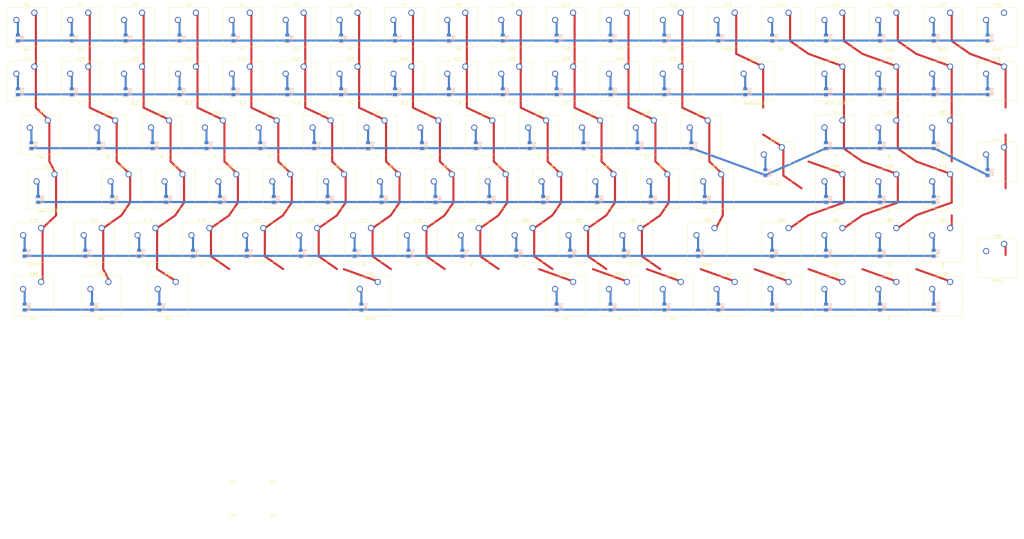
<source format=kicad_pcb>
(kicad_pcb (version 20211014) (generator pcbnew)
  (layers (0 "F.Cu" signal) (31 "B.Cu" signal) (34 "B.Paste" user) (35 "F.Paste" user) (36 "B.SilkS" user "B.Silkscreen") (37 "F.SilkS" user "F.Silkscreen") (38 "B.Mask" user) (39 "F.Mask" user) (44 "Edge.Cuts" user))
  (net 0 "")
  (net 1 "/Row_0")
  (net 2 "/Row_1")
  (net 3 "/Row_2")
  (net 4 "/Row_3")
  (net 5 "/Row_4")
  (net 6 "/Row_5")
  (net 7 "/Col_0")
  (net 8 "/Col_1")
  (net 9 "/Col_2")
  (net 10 "/Col_3")
  (net 11 "/Col_4")
  (net 12 "/Col_5")
  (net 13 "/Col_6")
  (net 14 "/Col_7")
  (net 15 "/Col_8")
  (net 16 "/Col_9")
  (net 17 "/Col_10")
  (net 18 "/Col_11")
  (net 19 "/Col_12")
  (net 20 "/Col_13")
  (net 21 "/Col_14")
  (net 22 "/Col_15")
  (net 23 "/Col_16")
  (net 24 "/Col_17")
  (net 25 "/Col_18")
  (net 26 "Net-(D0-Pad2)")
  (net 27 "Net-(D1-Pad2)")
  (net 28 "Net-(D2-Pad2)")
  (net 29 "Net-(D3-Pad2)")
  (net 30 "Net-(D4-Pad2)")
  (net 31 "Net-(D5-Pad2)")
  (net 32 "Net-(D6-Pad2)")
  (net 33 "Net-(D7-Pad2)")
  (net 34 "Net-(D8-Pad2)")
  (net 35 "Net-(D9-Pad2)")
  (net 36 "Net-(D10-Pad2)")
  (net 37 "Net-(D11-Pad2)")
  (net 38 "Net-(D12-Pad2)")
  (net 39 "Net-(D13-Pad2)")
  (net 40 "Net-(D14-Pad2)")
  (net 41 "Net-(D15-Pad2)")
  (net 42 "Net-(D16-Pad2)")
  (net 43 "Net-(D17-Pad2)")
  (net 44 "Net-(D18-Pad2)")
  (net 45 "Net-(D19-Pad2)")
  (net 46 "Net-(D20-Pad2)")
  (net 47 "Net-(D21-Pad2)")
  (net 48 "Net-(D22-Pad2)")
  (net 49 "Net-(D23-Pad2)")
  (net 50 "Net-(D24-Pad2)")
  (net 51 "Net-(D25-Pad2)")
  (net 52 "Net-(D26-Pad2)")
  (net 53 "Net-(D27-Pad2)")
  (net 54 "Net-(D28-Pad2)")
  (net 55 "Net-(D29-Pad2)")
  (net 56 "Net-(D30-Pad2)")
  (net 57 "Net-(D31-Pad2)")
  (net 58 "Net-(D32-Pad2)")
  (net 59 "Net-(D33-Pad2)")
  (net 60 "Net-(D34-Pad2)")
  (net 61 "Net-(D35-Pad2)")
  (net 62 "Net-(D36-Pad2)")
  (net 63 "Net-(D37-Pad2)")
  (net 64 "Net-(D38-Pad2)")
  (net 65 "Net-(D39-Pad2)")
  (net 66 "Net-(D40-Pad2)")
  (net 67 "Net-(D41-Pad2)")
  (net 68 "Net-(D42-Pad2)")
  (net 69 "Net-(D43-Pad2)")
  (net 70 "Net-(D44-Pad2)")
  (net 71 "Net-(D45-Pad2)")
  (net 72 "Net-(D46-Pad2)")
  (net 73 "Net-(D47-Pad2)")
  (net 74 "Net-(D48-Pad2)")
  (net 75 "Net-(D49-Pad2)")
  (net 76 "Net-(D50-Pad2)")
  (net 77 "Net-(D51-Pad2)")
  (net 78 "Net-(D52-Pad2)")
  (net 79 "Net-(D53-Pad2)")
  (net 80 "Net-(D54-Pad2)")
  (net 81 "Net-(D55-Pad2)")
  (net 82 "Net-(D56-Pad2)")
  (net 83 "Net-(D57-Pad2)")
  (net 84 "Net-(D58-Pad2)")
  (net 85 "Net-(D59-Pad2)")
  (net 86 "Net-(D60-Pad2)")
  (net 87 "Net-(D61-Pad2)")
  (net 88 "Net-(D62-Pad2)")
  (net 89 "Net-(D63-Pad2)")
  (net 90 "Net-(D64-Pad2)")
  (net 91 "Net-(D65-Pad2)")
  (net 92 "Net-(D66-Pad2)")
  (net 93 "Net-(D67-Pad2)")
  (net 94 "Net-(D68-Pad2)")
  (net 95 "Net-(D69-Pad2)")
  (net 96 "Net-(D70-Pad2)")
  (net 97 "Net-(D71-Pad2)")
  (net 98 "Net-(D72-Pad2)")
  (net 99 "Net-(D73-Pad2)")
  (net 100 "Net-(D74-Pad2)")
  (net 101 "Net-(D75-Pad2)")
  (net 102 "Net-(D76-Pad2)")
  (net 103 "Net-(D77-Pad2)")
  (net 104 "Net-(D78-Pad2)")
  (net 105 "Net-(D79-Pad2)")
  (net 106 "Net-(D80-Pad2)")
  (net 107 "Net-(D81-Pad2)")
  (net 108 "Net-(D82-Pad2)")
  (net 109 "Net-(D83-Pad2)")
  (net 110 "Net-(D84-Pad2)")
  (net 111 "Net-(D85-Pad2)")
  (net 112 "Net-(D86-Pad2)")
  (net 113 "Net-(D87-Pad2)")
  (net 114 "Net-(D88-Pad2)")
  (net 115 "Net-(D89-Pad2)")
  (net 116 "Net-(D90-Pad2)")
  (net 117 "Net-(D91-Pad2)")
  (net 118 "Net-(D92-Pad2)")
  (net 119 "Net-(D93-Pad2)")
  (net 120 "Net-(D94-Pad2)")
  (net 121 "Net-(D95-Pad2)")
  (net 122 "Net-(D96-Pad2)")
  (net 123 "Net-(D97-Pad2)")
  (net 124 "Net-(D98-Pad2)")
  (net 125 "Net-(D99-Pad2)")
  (net 126 "Net-(D100-Pad2)")
  (footprint "Button_Switch_Keyboard:SW_Cherry_MX_1.00u_PCB" (layer "F.Cu") (at 43.5375 82.97)
    (fp_text reference "K0")
    (fp_text value "Esc")
  )
  (footprint "MountingHole:MountingHole_3.2mm_M3_DIN965" (layer "F.Cu") (at 127.85 252.6)
    (fp_text reference "H2")
    (fp_text value "MountingHole")
  )
  (footprint "MountingHole:MountingHole_3.2mm_M3_DIN965" (layer "F.Cu") (at 113.85 264.6)
    (fp_text reference "H3")
    (fp_text value "MountingHole")
  )
  (footprint "MountingHole:MountingHole_3.2mm_M3_DIN965" (layer "F.Cu") (at 127.85 264.6)
    (fp_text reference "H4")
    (fp_text value "MountingHole")
  )
  (footprint "MountingHole:MountingHole_3.2mm_M3_DIN965" (layer "F.Cu") (at 113.85 252.6)
    (fp_text reference "H1")
    (fp_text value "MountingHole")
  )
  (footprint "Button_Switch_Keyboard:SW_Cherry_MX_1.00u_PCB" (layer "F.Cu") (at 329.2875 102.02)
    (fp_text reference "K33")
    (fp_text value "Num Lock")
  )
  (footprint "Button_Switch_Keyboard:SW_Cherry_MX_1.25u_PCB" (layer "F.Cu") (at 45.91875 159.17)
    (fp_text reference "K71")
    (fp_text value "Shift")
  )
  (footprint "Button_Switch_Keyboard:SW_Cherry_MX_1.00u_PCB" (layer "F.Cu") (at 367.3875 82.97)
    (fp_text reference "K17")
    (fp_text value "PgDn")
  )
  (footprint "Button_Switch_Keyboard:SW_Cherry_MX_1.00u_PCB" (layer "F.Cu") (at 286.425 140.12)
    (fp_text reference "K67")
    (fp_text value "|,\\")
  )
  (footprint "Button_Switch_Keyboard:SW_Cherry_MX_1.00u_PCB" (layer "F.Cu") (at 386.465 164.795)
    (fp_text reference "K88")
    (fp_text value "Enter")
  )
  (footprint "Button_Switch_Keyboard:SW_Cherry_MX_1.00u_PCB" (layer "F.Cu") (at 367.3875 140.12)
    (fp_text reference "K70")
    (fp_text value "6,→")
  )
  (footprint "Button_Switch_Keyboard:SW_Cherry_MX_1.00u_PCB" (layer "F.Cu") (at 348.3375 178.22)
    (fp_text reference "K99")
    (fp_text value "0")
  )
  (footprint "Button_Switch_Keyboard:SW_Cherry_MX_1.00u_PCB" (layer "F.Cu") (at 291.1875 178.22)
    (fp_text reference "K96")
    (fp_text value "←")
  )
  (footprint "Button_Switch_Keyboard:SW_Cherry_MX_1.00u_PCB" (layer "F.Cu") (at 329.2875 82.97)
    (fp_text reference "K15")
    (fp_text value "End")
  )
  (footprint "Button_Switch_Keyboard:SW_Cherry_MX_1.00u_PCB" (layer "F.Cu") (at 114.975 140.12)
    (fp_text reference "K58")
    (fp_text value "D")
  )
  (footprint "Button_Switch_Keyboard:SW_Cherry_MX_1.00u_PCB" (layer "F.Cu") (at 329.2875 140.12)
    (fp_text reference "K68")
    (fp_text value "4,←")
  )
  (footprint "Button_Switch_Keyboard:SW_Cherry_MX_1.00u_PCB" (layer "F.Cu") (at 348.3375 121.07)
    (fp_text reference "K52")
    (fp_text value "8")
  )
  (footprint "Button_Switch_Keyboard:SW_Cherry_MX_1.00u_PCB" (layer "F.Cu") (at 253.0875 82.97)
    (fp_text reference "K11")
    (fp_text value "F11")
  )
  (footprint "Button_Switch_Keyboard:SW_Cherry_MX_1.00u_PCB" (layer "F.Cu") (at 367.3875 178.22)
    (fp_text reference "K100")
    (fp_text value ".")
  )
  (footprint "Button_Switch_Keyboard:SW_Cherry_MX_1.00u_PCB" (layer "F.Cu") (at 100.6875 102.02)
    (fp_text reference "K22")
    (fp_text value "#,3")
  )
  (footprint "Button_Switch_Keyboard:SW_Cherry_MX_1.00u_PCB" (layer "F.Cu") (at 310.2375 159.17)
    (fp_text reference "K84")
    (fp_text value "↑")
  )
  (footprint "Button_Switch_Keyboard:SW_Cherry_MX_1.00u_PCB" (layer "F.Cu") (at 329.2875 121.07)
    (fp_text reference "K51")
    (fp_text value "7")
  )
  (footprint "Button_Switch_Keyboard:SW_Cherry_MX_1.00u_PCB" (layer "F.Cu") (at 310.2375 82.97)
    (fp_text reference "K14")
    (fp_text value "Del")
  )
  (footprint "Button_Switch_Keyboard:SW_Cherry_MX_1.00u_PCB" (layer "F.Cu") (at 157.8375 102.02)
    (fp_text reference "K25")
    (fp_text value "^,6")
  )
  (footprint "Button_Switch_Keyboard:SW_Cherry_MX_1.00u_PCB" (layer "F.Cu") (at 110.2125 121.07)
    (fp_text reference "K40")
    (fp_text value "E")
  )
  (footprint "Button_Switch_Keyboard:SW_Cherry_MX_1.00u_PCB" (layer "F.Cu") (at 272.1375 102.02)
    (fp_text reference "K31")
    (fp_text value "+,=")
  )
  (footprint "Button_Switch_Keyboard:SW_Cherry_MX_1.00u_PCB" (layer "F.Cu") (at 143.55 159.17)
    (fp_text reference "K76")
    (fp_text value "V")
  )
  (footprint "Button_Switch_Keyboard:SW_Cherry_MX_1.00u_PCB" (layer "F.Cu") (at 348.3375 82.97)
    (fp_text reference "K16")
    (fp_text value "PgUp")
  )
  (footprint "Button_Switch_Keyboard:SW_Cherry_MX_1.00u_PCB" (layer "F.Cu") (at 91.1625 121.07)
    (fp_text reference "K39")
    (fp_text value "W")
  )
  (footprint "Button_Switch_Keyboard:SW_Cherry_MX_1.00u_PCB" (layer "F.Cu") (at 195.9375 102.02)
    (fp_text reference "K27")
    (fp_text value "*,8")
  )
  (footprint "Button_Switch_Keyboard:SW_Cherry_MX_1.00u_PCB" (layer "F.Cu") (at 138.7875 102.02)
    (fp_text reference "K24")
    (fp_text value "%,5")
  )
  (footprint "Button_Switch_Keyboard:SW_Cherry_MX_1.00u_PCB" (layer "F.Cu") (at 119.7375 102.02)
    (fp_text reference "K23")
    (fp_text value "$,4")
  )
  (footprint "Button_Switch_Keyboard:SW_Cherry_MX_1.00u_PCB" (layer "F.Cu") (at 181.65 159.17)
    (fp_text reference "K78")
    (fp_text value "N")
  )
  (footprint "Button_Switch_Keyboard:SW_Cherry_MX_1.00u_PCB" (layer "F.Cu") (at 105.45 159.17)
    (fp_text reference "K74")
    (fp_text value "X")
  )
  (footprint "Button_Switch_Keyboard:SW_Cherry_MX_1.00u_PCB" (layer "F.Cu") (at 348.3375 159.17)
    (fp_text reference "K86")
    (fp_text value "2")
  )
  (footprint "Button_Switch_Keyboard:SW_Cherry_MX_1.00u_PCB" (layer "F.Cu") (at 176.8875 102.02)
    (fp_text reference "K26")
    (fp_text value "&,7")
  )
  (footprint "Button_Switch_Keyboard:SW_Cherry_MX_1.00u_PCB" (layer "F.Cu") (at 329.2875 178.22)
    (fp_text reference "K98")
    (fp_text value "→")
  )
  (footprint "Button_Switch_Keyboard:SW_Cherry_MX_1.00u_PCB" (layer "F.Cu") (at 119.7375 82.97)
    (fp_text reference "K4")
    (fp_text value "F4")
  )
  (footprint "Button_Switch_Keyboard:SW_Cherry_MX_1.00u_PCB" (layer "F.Cu") (at 81.6375 82.97)
    (fp_text reference "K2")
    (fp_text value "F2")
  )
  (footprint "Button_Switch_Keyboard:SW_Cherry_MX_1.00u_PCB" (layer "F.Cu") (at 224.5125 121.07)
    (fp_text reference "K46")
    (fp_text value "O")
  )
  (footprint "Button_Switch_Keyboard:SW_Cherry_MX_1.25u_PCB" (layer "F.Cu") (at 45.91875 178.22)
    (fp_text reference "K89")
    (fp_text value "Ctrl")
  )
  (footprint "Button_Switch_Keyboard:SW_Cherry_MX_1.00u_PCB" (layer "F.Cu") (at 262.6125 121.07)
    (fp_text reference "K48")
    (fp_text value "{,[")
  )
  (footprint "Button_Switch_Keyboard:SW_Cherry_MX_1.00u_PCB" (layer "F.Cu") (at 210.225 140.12)
    (fp_text reference "K63")
    (fp_text value "K")
  )
  (footprint "Button_Switch_Keyboard:SW_Cherry_MX_6.25u_PCB" (layer "F.Cu") (at 164.98125 178.22)
    (fp_text reference "K92")
    (fp_text value "Blank")
  )
  (footprint "Button_Switch_Keyboard:SW_Cherry_MX_1.00u_PCB" (layer "F.Cu") (at 138.7875 82.97)
    (fp_text reference "K5")
    (fp_text value "F5")
  )
  (footprint "Button_Switch_Keyboard:SW_Cherry_MX_1.00u_PCB" (layer "F.Cu") (at 162.6 159.17)
    (fp_text reference "K77")
    (fp_text value "B")
  )
  (footprint "Button_Switch_Keyboard:SW_Cherry_MX_1.00u_PCB" (layer "F.Cu") (at 367.3875 159.17)
    (fp_text reference "K87")
    (fp_text value "3")
  )
  (footprint "Button_Switch_Keyboard:SW_Cherry_MX_1.00u_PCB" (layer "F.Cu") (at 267.375 140.12)
    (fp_text reference "K66")
    (fp_text value "\",'")
  )
  (footprint "Button_Switch_Keyboard:SW_Cherry_MX_1.00u_PCB" (layer "F.Cu") (at 367.3875 102.02)
    (fp_text reference "K35")
    (fp_text value "*")
  )
  (footprint "Button_Switch_Keyboard:SW_Cherry_MX_1.00u_PCB" (layer "F.Cu") (at 153.075 140.12)
    (fp_text reference "K60")
    (fp_text value "G")
  )
  (footprint "Button_Switch_Keyboard:SW_Cherry_MX_1.50u_PCB" (layer "F.Cu") (at 48.3 121.07)
    (fp_text reference "K37")
    (fp_text value "Tab")
  )
  (footprint "Button_Switch_Keyboard:SW_Cherry_MX_1.00u_PCB" (layer "F.Cu") (at 129.2625 121.07)
    (fp_text reference "K41")
    (fp_text value "R")
  )
  (footprint "Button_Switch_Keyboard:SW_Cherry_MX_1.00u_PCB" (layer "F.Cu") (at 62.5875 82.97)
    (fp_text reference "K1")
    (fp_text value "F1")
  )
  (footprint "Button_Switch_Keyboard:SW_Cherry_MX_1.75u_PCB" (layer "F.Cu") (at 50.68125 140.12)
    (fp_text reference "K55")
    (fp_text value "Caps Lock")
  )
  (footprint "Button_Switch_Keyboard:SW_Cherry_MX_1.00u_PCB" (layer "F.Cu") (at 386.4375 130.595)
    (fp_text reference "K54")
    (fp_text value "+")
  )
  (footprint "Button_Switch_Keyboard:SW_Cherry_MX_1.00u_PCB" (layer "F.Cu") (at 272.1375 178.22)
    (fp_text reference "K95")
    (fp_text value "Ctrl")
  )
  (footprint "Button_Switch_Keyboard:SW_Cherry_MX_1.00u_PCB" (layer "F.Cu") (at 200.7 159.17)
    (fp_text reference "K79")
    (fp_text value "M")
  )
  (footprint "Button_Switch_Keyboard:SW_Cherry_MX_1.00u_PCB" (layer "F.Cu") (at 172.125 140.12)
    (fp_text reference "K61")
    (fp_text value "H")
  )
  (footprint "Button_Switch_Keyboard:SW_Cherry_MX_1.00u_PCB" (layer "F.Cu") (at 291.1875 82.97)
    (fp_text reference "K13")
    (fp_text value "PrtSc")
  )
  (footprint "Button_Switch_Keyboard:SW_Cherry_MX_1.00u_PCB" (layer "F.Cu") (at 86.4 159.17)
    (fp_text reference "K73")
    (fp_text value "Z")
  )
  (footprint "Button_Switch_Keyboard:SW_Cherry_MX_1.00u_PCB" (layer "F.Cu") (at 62.5875 102.02)
    (fp_text reference "K20")
    (fp_text value "!,1")
  )
  (footprint "Button_Switch_Keyboard:SW_Cherry_MX_1.00u_PCB" (layer "F.Cu") (at 124.5 159.17)
    (fp_text reference "K75")
    (fp_text value "C")
  )
  (footprint "Button_Switch_Keyboard:SW_Cherry_MX_1.00u_PCB" (layer "F.Cu") (at 219.75 159.17)
    (fp_text reference "K80")
    (fp_text value "<,,")
  )
  (footprint "Button_Switch_Keyboard:SW_Cherry_MX_1.00u_PCB" (layer "F.Cu") (at 386.4375 82.97)
    (fp_text reference "K18")
    (fp_text value "Home")
  )
  (footprint "Button_Switch_Keyboard:SW_Cherry_MX_1.00u_PCB" (layer "F.Cu") (at 167.3625 121.07)
    (fp_text reference "K43")
    (fp_text value "Y")
  )
  (footprint "Button_Switch_Keyboard:SW_Cherry_MX_1.00u_PCB" (layer "F.Cu") (at 257.85 159.17)
    (fp_text reference "K82")
    (fp_text value "?,/")
  )
  (footprint "Button_Switch_Keyboard:SW_Cherry_MX_2.00u_PCB" (layer "F.Cu") (at 300.7125 102.02)
    (fp_text reference "K32")
    (fp_text value "Backspace")
  )
  (footprint "Button_Switch_Keyboard:SW_Cherry_MX_1.00u_PCB" (layer "F.Cu") (at 134.025 140.12)
    (fp_text reference "K59")
    (fp_text value "F")
  )
  (footprint "Button_Switch_Keyboard:SW_Cherry_MX_1.00u_PCB" (layer "F.Cu") (at 367.3875 121.07)
    (fp_text reference "K53")
    (fp_text value "9")
  )
  (footprint "Button_Switch_Keyboard:SW_Cherry_MX_1.00u_PCB" (layer "F.Cu") (at 243.5625 121.07)
    (fp_text reference "K47")
    (fp_text value "P")
  )
  (footprint "Button_Switch_Keyboard:SW_Cherry_MX_1.00u_PCB" (layer "F.Cu") (at 329.2875 159.17)
    (fp_text reference "K85")
    (fp_text value "1")
  )
  (footprint "Button_Switch_Keyboard:SW_Cherry_MX_1.00u_PCB" (layer "F.Cu") (at 348.3375 140.12)
    (fp_text reference "K69")
    (fp_text value "5")
  )
  (footprint "Button_Switch_Keyboard:SW_Cherry_MX_1.00u_PCB" (layer "F.Cu") (at 281.6625 121.07)
    (fp_text reference "K49")
    (fp_text value "},]")
  )
  (footprint "Button_Switch_Keyboard:SW_Cherry_MX_1.00u_PCB" (layer "F.Cu") (at 157.8375 82.97)
    (fp_text reference "K6")
    (fp_text value "F6")
  )
  (footprint "Button_Switch_Keyboard:SW_Cherry_MX_1.00u_PCB" (layer "F.Cu") (at 214.9875 102.02)
    (fp_text reference "K28")
    (fp_text value "(,9")
  )
  (footprint "Button_Switch_Keyboard:SW_Cherry_MX_1.00u_PCB" (layer "F.Cu") (at 348.3375 102.02)
    (fp_text reference "K34")
    (fp_text value "/")
  )
  (footprint "Button_Switch_Keyboard:SW_Cherry_MX_1.00u_PCB" (layer "F.Cu") (at 386.4375 102.02)
    (fp_text reference "K36")
    (fp_text value "-")
  )
  (footprint "Button_Switch_Keyboard:SW_Cherry_MX_1.00u_PCB" (layer "F.Cu") (at 205.4625 121.07)
    (fp_text reference "K45")
    (fp_text value "I")
  )
  (footprint "Button_Switch_Keyboard:SW_Cherry_MX_1.00u_PCB" (layer "F.Cu") (at 95.925 140.12)
    (fp_text reference "K57")
    (fp_text value "S")
  )
  (footprint "Button_Switch_Keyboard:SW_Cherry_MX_1.00u_PCB" (layer "F.Cu") (at 76.875 140.12)
    (fp_text reference "K56")
    (fp_text value "A")
  )
  (footprint "Button_Switch_Keyboard:SW_Cherry_MX_1.00u_PCB" (layer "F.Cu") (at 81.6375 102.02)
    (fp_text reference "K21")
    (fp_text value "@,2")
  )
  (footprint "Button_Switch_Keyboard:SW_Cherry_MX_1.00u_PCB" (layer "F.Cu") (at 148.3125 121.07)
    (fp_text reference "K42")
    (fp_text value "T")
  )
  (footprint "Button_Switch_Keyboard:SW_Cherry_MX_1.25u_PCB" (layer "F.Cu") (at 69.73125 178.22)
    (fp_text reference "K90")
    (fp_text value "Win")
  )
  (footprint "Button_Switch_Keyboard:SW_Cherry_MX_1.00u_PCB" (layer "F.Cu") (at 253.0875 178.22)
    (fp_text reference "K94")
    (fp_text value "Fn")
  )
  (footprint "Button_Switch_Keyboard:SW_Cherry_MX_1.25u_PCB" (layer "F.Cu") (at 93.54375 178.22)
    (fp_text reference "K91")
    (fp_text value "Alt")
  )
  (footprint "Button_Switch_Keyboard:SW_Cherry_MX_1.00u_PCB" (layer "F.Cu") (at 67.35 159.17)
    (fp_text reference "K72")
    (fp_text value "|,\\")
  )
  (footprint "Button_Switch_Keyboard:SW_Cherry_MX_1.00u_PCB" (layer "F.Cu") (at 272.1375 82.97)
    (fp_text reference "K12")
    (fp_text value "F12")
  )
  (footprint "Button_Switch_Keyboard:SW_Cherry_MX_1.00u_PCB" (layer "F.Cu") (at 43.5375 102.02)
    (fp_text reference "K19")
    (fp_text value "~,`")
  )
  (footprint "Button_Switch_Keyboard:SW_Cherry_MX_1.00u_PCB" (layer "F.Cu") (at 72.1125 121.07)
    (fp_text reference "K38")
    (fp_text value "Q")
  )
  (footprint "Button_Switch_Keyboard:SW_Cherry_MX_1.00u_PCB" (layer "F.Cu") (at 234.0375 82.97)
    (fp_text reference "K10")
    (fp_text value "F10")
  )
  (footprint "Button_Switch_Keyboard:SW_Cherry_MX_1.00u_PCB" (layer "F.Cu") (at 248.325 140.12)
    (fp_text reference "K65")
    (fp_text value ":,;")
  )
  (footprint "Button_Switch_Keyboard:SW_Cherry_MX_1.00u_PCB" (layer "F.Cu") (at 100.6875 82.97)
    (fp_text reference "K3")
    (fp_text value "F3")
  )
  (footprint "Button_Switch_Keyboard:SW_Cherry_MX_1.00u_PCB" (layer "F.Cu") (at 214.9875 82.97)
    (fp_text reference "K9")
    (fp_text value "F9")
  )
  (footprint "Button_Switch_Keyboard:SW_Cherry_MX_1.00u_PCB" (layer "F.Cu") (at 229.275 140.12)
    (fp_text reference "K64")
    (fp_text value "L")
  )
  (footprint "Button_Switch_Keyboard:SW_Cherry_MX_1.25u_PCB" (layer "F.Cu") (at 307.85625 130.595)
    (fp_text reference "K50")
    (fp_text value "Enter")
  )
  (footprint "Button_Switch_Keyboard:SW_Cherry_MX_1.00u_PCB" (layer "F.Cu") (at 310.2375 178.22)
    (fp_text reference "K97")
    (fp_text value "↓")
  )
  (footprint "Button_Switch_Keyboard:SW_Cherry_MX_1.00u_PCB" (layer "F.Cu") (at 195.9375 82.97)
    (fp_text reference "K8")
    (fp_text value "F8")
  )
  (footprint "Button_Switch_Keyboard:SW_Cherry_MX_1.00u_PCB" (layer "F.Cu") (at 238.8 159.17)
    (fp_text reference "K81")
    (fp_text value ">,.")
  )
  (footprint "Button_Switch_Keyboard:SW_Cherry_MX_1.75u_PCB" (layer "F.Cu") (at 284.04375 159.17)
    (fp_text reference "K83")
    (fp_text value "Shift")
  )
  (footprint "Button_Switch_Keyboard:SW_Cherry_MX_1.00u_PCB" (layer "F.Cu") (at 253.0875 102.02)
    (fp_text reference "K30")
    (fp_text value "_,-")
  )
  (footprint "Button_Switch_Keyboard:SW_Cherry_MX_1.00u_PCB" (layer "F.Cu") (at 176.8875 82.97)
    (fp_text reference "K7")
    (fp_text value "F7")
  )
  (footprint "Button_Switch_Keyboard:SW_Cherry_MX_1.00u_PCB" (layer "F.Cu") (at 191.175 140.12)
    (fp_text reference "K62")
    (fp_text value "J")
  )
  (footprint "Button_Switch_Keyboard:SW_Cherry_MX_1.00u_PCB" (layer "F.Cu") (at 186.4125 121.07)
    (fp_text reference "K44")
    (fp_text value "U")
  )
  (footprint "Button_Switch_Keyboard:SW_Cherry_MX_1.00u_PCB" (layer "F.Cu") (at 234.0375 178.22)
    (fp_text reference "K93")
    (fp_text value "Alt")
  )
  (footprint "Button_Switch_Keyboard:SW_Cherry_MX_1.00u_PCB" (layer "F.Cu") (at 234.0375 102.02)
    (fp_text reference "K29")
    (fp_text value "),0")
  )
  (footprint "Diode_SMD:D_0805_2012Metric_Pad1.15x1.40mm_HandSolder" (layer "B.Cu") (at 37.7375 91.86 90)
    (fp_text reference "D0")
    (fp_text value "D")
  )
  (footprint "Diode_SMD:D_0805_2012Metric_Pad1.15x1.40mm_HandSolder" (layer "B.Cu") (at 323.4875 91.86 90)
    (fp_text reference "D15")
    (fp_text value "D")
  )
  (footprint "Diode_SMD:D_0805_2012Metric_Pad1.15x1.40mm_HandSolder" (layer "B.Cu") (at 94.8875 91.86 90)
    (fp_text reference "D3")
    (fp_text value "D")
  )
  (footprint "Diode_SMD:D_0805_2012Metric_Pad1.15x1.40mm_HandSolder" (layer "B.Cu") (at 71.075 149.01 90)
    (fp_text reference "D56")
    (fp_text value "D")
  )
  (footprint "Diode_SMD:D_0805_2012Metric_Pad1.15x1.40mm_HandSolder" (layer "B.Cu") (at 142.5125 129.96 90)
    (fp_text reference "D42")
    (fp_text value "D")
  )
  (footprint "Diode_SMD:D_0805_2012Metric_Pad1.15x1.40mm_HandSolder" (layer "B.Cu") (at 304.4375 187.11 90)
    (fp_text reference "D97")
    (fp_text value "D")
  )
  (footprint "Diode_SMD:D_0805_2012Metric_Pad1.15x1.40mm_HandSolder" (layer "B.Cu") (at 242.525 149.01 90)
    (fp_text reference "D65")
    (fp_text value "D")
  )
  (footprint "Diode_SMD:D_0805_2012Metric_Pad1.15x1.40mm_HandSolder" (layer "B.Cu") (at 185.375 149.01 90)
    (fp_text reference "D62")
    (fp_text value "D")
  )
  (footprint "Diode_SMD:D_0805_2012Metric_Pad1.15x1.40mm_HandSolder" (layer "B.Cu") (at 159.18125 187.11 90)
    (fp_text reference "D92")
    (fp_text value "D")
  )
  (footprint "Diode_SMD:D_0805_2012Metric_Pad1.15x1.40mm_HandSolder" (layer "B.Cu") (at 152.0375 110.91 90)
    (fp_text reference "D25")
    (fp_text value "D")
  )
  (footprint "Diode_SMD:D_0805_2012Metric_Pad1.15x1.40mm_HandSolder" (layer "B.Cu") (at 228.2375 91.86 90)
    (fp_text reference "D10")
    (fp_text value "D")
  )
  (footprint "Diode_SMD:D_0805_2012Metric_Pad1.15x1.40mm_HandSolder" (layer "B.Cu") (at 66.3125 129.96 90)
    (fp_text reference "D38")
    (fp_text value "D")
  )
  (footprint "Diode_SMD:D_0805_2012Metric_Pad1.15x1.40mm_HandSolder" (layer "B.Cu") (at 104.4125 129.96 90)
    (fp_text reference "D40")
    (fp_text value "D")
  )
  (footprint "Diode_SMD:D_0805_2012Metric_Pad1.15x1.40mm_HandSolder" (layer "B.Cu") (at 199.6625 129.96 90)
    (fp_text reference "D45")
    (fp_text value "D")
  )
  (footprint "Diode_SMD:D_0805_2012Metric_Pad1.15x1.40mm_HandSolder" (layer "B.Cu") (at 278.24375 168.06 90)
    (fp_text reference "D83")
    (fp_text value "D")
  )
  (footprint "Diode_SMD:D_0805_2012Metric_Pad1.15x1.40mm_HandSolder" (layer "B.Cu") (at 132.9875 91.86 90)
    (fp_text reference "D5")
    (fp_text value "D")
  )
  (footprint "Diode_SMD:D_0805_2012Metric_Pad1.15x1.40mm_HandSolder" (layer "B.Cu") (at 37.7375 110.91 90)
    (fp_text reference "D19")
    (fp_text value "D")
  )
  (footprint "Diode_SMD:D_0805_2012Metric_Pad1.15x1.40mm_HandSolder" (layer "B.Cu") (at 342.5375 168.06 90)
    (fp_text reference "D86")
    (fp_text value "D")
  )
  (footprint "Diode_SMD:D_0805_2012Metric_Pad1.15x1.40mm_HandSolder" (layer "B.Cu") (at 342.5375 187.11 90)
    (fp_text reference "D99")
    (fp_text value "D")
  )
  (footprint "Diode_SMD:D_0805_2012Metric_Pad1.15x1.40mm_HandSolder" (layer "B.Cu") (at 56.7875 91.86 90)
    (fp_text reference "D1")
    (fp_text value "D")
  )
  (footprint "Diode_SMD:D_0805_2012Metric_Pad1.15x1.40mm_HandSolder" (layer "B.Cu") (at 175.85 168.06 90)
    (fp_text reference "D78")
    (fp_text value "D")
  )
  (footprint "Diode_SMD:D_0805_2012Metric_Pad1.15x1.40mm_HandSolder" (layer "B.Cu") (at 44.88125 149.01 90)
    (fp_text reference "D55")
    (fp_text value "D")
  )
  (footprint "Diode_SMD:D_0805_2012Metric_Pad1.15x1.40mm_HandSolder" (layer "B.Cu") (at 323.4875 149.01 90)
    (fp_text reference "D68")
    (fp_text value "D")
  )
  (footprint "Diode_SMD:D_0805_2012Metric_Pad1.15x1.40mm_HandSolder" (layer "B.Cu") (at 171.0875 110.91 90)
    (fp_text reference "D26")
    (fp_text value "D")
  )
  (footprint "Diode_SMD:D_0805_2012Metric_Pad1.15x1.40mm_HandSolder" (layer "B.Cu") (at 190.1375 91.86 90)
    (fp_text reference "D8")
    (fp_text value "D")
  )
  (footprint "Diode_SMD:D_0805_2012Metric_Pad1.15x1.40mm_HandSolder" (layer "B.Cu") (at 342.5375 110.91 90)
    (fp_text reference "D34")
    (fp_text value "D")
  )
  (footprint "Diode_SMD:D_0805_2012Metric_Pad1.15x1.40mm_HandSolder" (layer "B.Cu") (at 266.3375 187.11 90)
    (fp_text reference "D95")
    (fp_text value "D")
  )
  (footprint "Diode_SMD:D_0805_2012Metric_Pad1.15x1.40mm_HandSolder" (layer "B.Cu") (at 380.6375 91.86 90)
    (fp_text reference "D18")
    (fp_text value "D")
  )
  (footprint "Diode_SMD:D_0805_2012Metric_Pad1.15x1.40mm_HandSolder" (layer "B.Cu") (at 247.2875 91.86 90)
    (fp_text reference "D11")
    (fp_text value "D")
  )
  (footprint "Diode_SMD:D_0805_2012Metric_Pad1.15x1.40mm_HandSolder" (layer "B.Cu") (at 42.5 129.96 90)
    (fp_text reference "D37")
    (fp_text value "D")
  )
  (footprint "Diode_SMD:D_0805_2012Metric_Pad1.15x1.40mm_HandSolder" (layer "B.Cu") (at 285.3875 91.86 90)
    (fp_text reference "D13")
    (fp_text value "D")
  )
  (footprint "Diode_SMD:D_0805_2012Metric_Pad1.15x1.40mm_HandSolder" (layer "B.Cu") (at 99.65 168.06 90)
    (fp_text reference "D74")
    (fp_text value "D")
  )
  (footprint "Diode_SMD:D_0805_2012Metric_Pad1.15x1.40mm_HandSolder" (layer "B.Cu") (at 40.11875 187.11 90)
    (fp_text reference "D89")
    (fp_text value "D")
  )
  (footprint "Diode_SMD:D_0805_2012Metric_Pad1.15x1.40mm_HandSolder" (layer "B.Cu") (at 342.5375 91.86 90)
    (fp_text reference "D16")
    (fp_text value "D")
  )
  (footprint "Diode_SMD:D_0805_2012Metric_Pad1.15x1.40mm_HandSolder" (layer "B.Cu") (at 180.6125 129.96 90)
    (fp_text reference "D44")
    (fp_text value "D")
  )
  (footprint "Diode_SMD:D_0805_2012Metric_Pad1.15x1.40mm_HandSolder" (layer "B.Cu") (at 123.4625 129.96 90)
    (fp_text reference "D41")
    (fp_text value "D")
  )
  (footprint "Diode_SMD:D_0805_2012Metric_Pad1.15x1.40mm_HandSolder" (layer "B.Cu") (at 40.11875 168.06 90)
    (fp_text reference "D71")
    (fp_text value "D")
  )
  (footprint "Diode_SMD:D_0805_2012Metric_Pad1.15x1.40mm_HandSolder" (layer "B.Cu") (at 80.6 168.06 90)
    (fp_text reference "D73")
    (fp_text value "D")
  )
  (footprint "Diode_SMD:D_0805_2012Metric_Pad1.15x1.40mm_HandSolder" (layer "B.Cu") (at 190.1375 110.91 90)
    (fp_text reference "D27")
    (fp_text value "D")
  )
  (footprint "Diode_SMD:D_0805_2012Metric_Pad1.15x1.40mm_HandSolder" (layer "B.Cu") (at 113.9375 91.86 90)
    (fp_text reference "D4")
    (fp_text value "D")
  )
  (footprint "Diode_SMD:D_0805_2012Metric_Pad1.15x1.40mm_HandSolder" (layer "B.Cu") (at 342.5375 129.96 90)
    (fp_text reference "D52")
    (fp_text value "D")
  )
  (footprint "Diode_SMD:D_0805_2012Metric_Pad1.15x1.40mm_HandSolder" (layer "B.Cu") (at 218.7125 129.96 90)
    (fp_text reference "D46")
    (fp_text value "D")
  )
  (footprint "Diode_SMD:D_0805_2012Metric_Pad1.15x1.40mm_HandSolder" (layer "B.Cu") (at 256.8125 129.96 90)
    (fp_text reference "D48")
    (fp_text value "D")
  )
  (footprint "Diode_SMD:D_0805_2012Metric_Pad1.15x1.40mm_HandSolder" (layer "B.Cu") (at 285.3875 187.11 90)
    (fp_text reference "D96")
    (fp_text value "D")
  )
  (footprint "Diode_SMD:D_0805_2012Metric_Pad1.15x1.40mm_HandSolder" (layer "B.Cu") (at 261.575 149.01 90)
    (fp_text reference "D66")
    (fp_text value "D")
  )
  (footprint "Diode_SMD:D_0805_2012Metric_Pad1.15x1.40mm_HandSolder" (layer "B.Cu") (at 63.93125 187.11 90)
    (fp_text reference "D90")
    (fp_text value "D")
  )
  (footprint "Diode_SMD:D_0805_2012Metric_Pad1.15x1.40mm_HandSolder" (layer "B.Cu") (at 113.9375 110.91 90)
    (fp_text reference "D23")
    (fp_text value "D")
  )
  (footprint "Diode_SMD:D_0805_2012Metric_Pad1.15x1.40mm_HandSolder" (layer "B.Cu") (at 137.75 168.06 90)
    (fp_text reference "D76")
    (fp_text value "D")
  )
  (footprint "Diode_SMD:D_0805_2012Metric_Pad1.15x1.40mm_HandSolder" (layer "B.Cu") (at 342.5375 149.01 90)
    (fp_text reference "D69")
    (fp_text value "D")
  )
  (footprint "Diode_SMD:D_0805_2012Metric_Pad1.15x1.40mm_HandSolder" (layer "B.Cu") (at 323.4875 168.06 90)
    (fp_text reference "D85")
    (fp_text value "D")
  )
  (footprint "Diode_SMD:D_0805_2012Metric_Pad1.15x1.40mm_HandSolder" (layer "B.Cu") (at 233 168.06 90)
    (fp_text reference "D81")
    (fp_text value "D")
  )
  (footprint "Diode_SMD:D_0805_2012Metric_Pad1.15x1.40mm_HandSolder" (layer "B.Cu") (at 266.3375 110.91 90)
    (fp_text reference "D31")
    (fp_text value "D")
  )
  (footprint "Diode_SMD:D_0805_2012Metric_Pad1.15x1.40mm_HandSolder" (layer "B.Cu") (at 361.5875 91.86 90)
    (fp_text reference "D17")
    (fp_text value "D")
  )
  (footprint "Diode_SMD:D_0805_2012Metric_Pad1.15x1.40mm_HandSolder" (layer "B.Cu") (at 380.6375 110.91 90)
    (fp_text reference "D36")
    (fp_text value "D")
  )
  (footprint "Diode_SMD:D_0805_2012Metric_Pad1.15x1.40mm_HandSolder" (layer "B.Cu") (at 304.4375 168.06 90)
    (fp_text reference "D84")
    (fp_text value "D")
  )
  (footprint "Diode_SMD:D_0805_2012Metric_Pad1.15x1.40mm_HandSolder" (layer "B.Cu") (at 61.55 168.06 90)
    (fp_text reference "D72")
    (fp_text value "D")
  )
  (footprint "Diode_SMD:D_0805_2012Metric_Pad1.15x1.40mm_HandSolder" (layer "B.Cu") (at 380.6375 139.485 90)
    (fp_text reference "D54")
    (fp_text value "D")
  )
  (footprint "Diode_SMD:D_0805_2012Metric_Pad1.15x1.40mm_HandSolder" (layer "B.Cu") (at 323.4875 110.91 90)
    (fp_text reference "D33")
    (fp_text value "D")
  )
  (footprint "Diode_SMD:D_0805_2012Metric_Pad1.15x1.40mm_HandSolder" (layer "B.Cu") (at 94.8875 110.91 90)
    (fp_text reference "D22")
    (fp_text value "D")
  )
  (footprint "Diode_SMD:D_0805_2012Metric_Pad1.15x1.40mm_HandSolder" (layer "B.Cu") (at 209.1875 110.91 90)
    (fp_text reference "D28")
    (fp_text value "D")
  )
  (footprint "Diode_SMD:D_0805_2012Metric_Pad1.15x1.40mm_HandSolder" (layer "B.Cu") (at 204.425 149.01 90)
    (fp_text reference "D63")
    (fp_text value "D")
  )
  (footprint "Diode_SMD:D_0805_2012Metric_Pad1.15x1.40mm_HandSolder" (layer "B.Cu") (at 304.4375 91.86 90)
    (fp_text reference "D14")
    (fp_text value "D")
  )
  (footprint "Diode_SMD:D_0805_2012Metric_Pad1.15x1.40mm_HandSolder" (layer "B.Cu") (at 228.2375 187.11 90)
    (fp_text reference "D93")
    (fp_text value "D")
  )
  (footprint "Diode_SMD:D_0805_2012Metric_Pad1.15x1.40mm_HandSolder" (layer "B.Cu") (at 75.8375 110.91 90)
    (fp_text reference "D21")
    (fp_text value "D")
  )
  (footprint "Diode_SMD:D_0805_2012Metric_Pad1.15x1.40mm_HandSolder" (layer "B.Cu") (at 294.9125 110.91 90)
    (fp_text reference "D32")
    (fp_text value "D")
  )
  (footprint "Diode_SMD:D_0805_2012Metric_Pad1.15x1.40mm_HandSolder" (layer "B.Cu") (at 194.9 168.06 90)
    (fp_text reference "D79")
    (fp_text value "D")
  )
  (footprint "Diode_SMD:D_0805_2012Metric_Pad1.15x1.40mm_HandSolder" (layer "B.Cu") (at 213.95 168.06 90)
    (fp_text reference "D80")
    (fp_text value "D")
  )
  (footprint "Diode_SMD:D_0805_2012Metric_Pad1.15x1.40mm_HandSolder" (layer "B.Cu") (at 223.475 149.01 90)
    (fp_text reference "D64")
    (fp_text value "D")
  )
  (footprint "Diode_SMD:D_0805_2012Metric_Pad1.15x1.40mm_HandSolder" (layer "B.Cu") (at 361.5875 168.06 90)
    (fp_text reference "D87")
    (fp_text value "D")
  )
  (footprint "Diode_SMD:D_0805_2012Metric_Pad1.15x1.40mm_HandSolder" (layer "B.Cu") (at 118.7 168.06 90)
    (fp_text reference "D75")
    (fp_text value "D")
  )
  (footprint "Diode_SMD:D_0805_2012Metric_Pad1.15x1.40mm_HandSolder" (layer "B.Cu") (at 90.125 149.01 90)
    (fp_text reference "D57")
    (fp_text value "D")
  )
  (footprint "Diode_SMD:D_0805_2012Metric_Pad1.15x1.40mm_HandSolder" (layer "B.Cu") (at 128.225 149.01 90)
    (fp_text reference "D59")
    (fp_text value "D")
  )
  (footprint "Diode_SMD:D_0805_2012Metric_Pad1.15x1.40mm_HandSolder" (layer "B.Cu") (at 361.5875 110.91 90)
    (fp_text reference "D35")
    (fp_text value "D")
  )
  (footprint "Diode_SMD:D_0805_2012Metric_Pad1.15x1.40mm_HandSolder" (layer "B.Cu") (at 252.05 168.06 90)
    (fp_text reference "D82")
    (fp_text value "D")
  )
  (footprint "Diode_SMD:D_0805_2012Metric_Pad1.15x1.40mm_HandSolder" (layer "B.Cu") (at 361.5875 149.01 90)
    (fp_text reference "D70")
    (fp_text value "D")
  )
  (footprint "Diode_SMD:D_0805_2012Metric_Pad1.15x1.40mm_HandSolder" (layer "B.Cu") (at 109.175 149.01 90)
    (fp_text reference "D58")
    (fp_text value "D")
  )
  (footprint "Diode_SMD:D_0805_2012Metric_Pad1.15x1.40mm_HandSolder" (layer "B.Cu") (at 361.5875 129.96 90)
    (fp_text reference "D53")
    (fp_text value "D")
  )
  (footprint "Diode_SMD:D_0805_2012Metric_Pad1.15x1.40mm_HandSolder" (layer "B.Cu") (at 361.5875 187.11 90)
    (fp_text reference "D100")
    (fp_text value "D")
  )
  (footprint "Diode_SMD:D_0805_2012Metric_Pad1.15x1.40mm_HandSolder" (layer "B.Cu") (at 280.625 149.01 90)
    (fp_text reference "D67")
    (fp_text value "D")
  )
  (footprint "Diode_SMD:D_0805_2012Metric_Pad1.15x1.40mm_HandSolder" (layer "B.Cu") (at 323.4875 129.96 90)
    (fp_text reference "D51")
    (fp_text value "D")
  )
  (footprint "Diode_SMD:D_0805_2012Metric_Pad1.15x1.40mm_HandSolder" (layer "B.Cu") (at 323.4875 187.11 90)
    (fp_text reference "D98")
    (fp_text value "D")
  )
  (footprint "Diode_SMD:D_0805_2012Metric_Pad1.15x1.40mm_HandSolder" (layer "B.Cu") (at 147.275 149.01 90)
    (fp_text reference "D60")
    (fp_text value "D")
  )
  (footprint "Diode_SMD:D_0805_2012Metric_Pad1.15x1.40mm_HandSolder" (layer "B.Cu") (at 132.9875 110.91 90)
    (fp_text reference "D24")
    (fp_text value "D")
  )
  (footprint "Diode_SMD:D_0805_2012Metric_Pad1.15x1.40mm_HandSolder" (layer "B.Cu") (at 156.8 168.06 90)
    (fp_text reference "D77")
    (fp_text value "D")
  )
  (footprint "Diode_SMD:D_0805_2012Metric_Pad1.15x1.40mm_HandSolder" (layer "B.Cu") (at 87.74375 187.11 90)
    (fp_text reference "D91")
    (fp_text value "D")
  )
  (footprint "Diode_SMD:D_0805_2012Metric_Pad1.15x1.40mm_HandSolder" (layer "B.Cu") (at 152.0375 91.86 90)
    (fp_text reference "D6")
    (fp_text value "D")
  )
  (footprint "Diode_SMD:D_0805_2012Metric_Pad1.15x1.40mm_HandSolder" (layer "B.Cu") (at 237.7625 129.96 90)
    (fp_text reference "D47")
    (fp_text value "D")
  )
  (footprint "Diode_SMD:D_0805_2012Metric_Pad1.15x1.40mm_HandSolder" (layer "B.Cu") (at 161.5625 129.96 90)
    (fp_text reference "D43")
    (fp_text value "D")
  )
  (footprint "Diode_SMD:D_0805_2012Metric_Pad1.15x1.40mm_HandSolder" (layer "B.Cu") (at 247.2875 110.91 90)
    (fp_text reference "D30")
    (fp_text value "D")
  )
  (footprint "Diode_SMD:D_0805_2012Metric_Pad1.15x1.40mm_HandSolder" (layer "B.Cu") (at 228.2375 110.91 90)
    (fp_text reference "D29")
    (fp_text value "D")
  )
  (footprint "Diode_SMD:D_0805_2012Metric_Pad1.15x1.40mm_HandSolder" (layer "B.Cu") (at 85.3625 129.96 90)
    (fp_text reference "D39")
    (fp_text value "D")
  )
  (footprint "Diode_SMD:D_0805_2012Metric_Pad1.15x1.40mm_HandSolder" (layer "B.Cu") (at 266.3375 91.86 90)
    (fp_text reference "D12")
    (fp_text value "D")
  )
  (footprint "Diode_SMD:D_0805_2012Metric_Pad1.15x1.40mm_HandSolder" (layer "B.Cu") (at 56.7875 110.91 90)
    (fp_text reference "D20")
    (fp_text value "D")
  )
  (footprint "Diode_SMD:D_0805_2012Metric_Pad1.15x1.40mm_HandSolder" (layer "B.Cu") (at 75.8375 91.86 90)
    (fp_text reference "D2")
    (fp_text value "D")
  )
  (footprint "Diode_SMD:D_0805_2012Metric_Pad1.15x1.40mm_HandSolder" (layer "B.Cu") (at 275.8625 129.96 90)
    (fp_text reference "D49")
    (fp_text value "D")
  )
  (footprint "Diode_SMD:D_0805_2012Metric_Pad1.15x1.40mm_HandSolder" (layer "B.Cu") (at 171.0875 91.86 90)
    (fp_text reference "D7")
    (fp_text value "D")
  )
  (footprint "Diode_SMD:D_0805_2012Metric_Pad1.15x1.40mm_HandSolder" (layer "B.Cu") (at 247.2875 187.11 90)
    (fp_text reference "D94")
    (fp_text value "D")
  )
  (footprint "Diode_SMD:D_0805_2012Metric_Pad1.15x1.40mm_HandSolder" (layer "B.Cu") (at 302.05625 139.485 90)
    (fp_text reference "D50")
    (fp_text value "D")
  )
  (footprint "Diode_SMD:D_0805_2012Metric_Pad1.15x1.40mm_HandSolder" (layer "B.Cu") (at 166.325 149.01 90)
    (fp_text reference "D61")
    (fp_text value "D")
  )
  (footprint "Diode_SMD:D_0805_2012Metric_Pad1.15x1.40mm_HandSolder" (layer "B.Cu") (at 209.1875 91.86 90)
    (fp_text reference "D9")
    (fp_text value "D")
  )
  (segment (start 75.8375 92.8) (end 94.8875 92.8) (width 0.75) (layer "B.Cu") (net 1))
  (segment (start 94.8875 92.8) (end 113.9375 92.8) (width 0.75) (layer "B.Cu") (net 1))
  (segment (start 247.2875 92.8) (end 266.3375 92.8) (width 0.75) (layer "B.Cu") (net 1))
  (segment (start 190.1375 92.8) (end 209.1875 92.8) (width 0.75) (layer "B.Cu") (net 1))
  (segment (start 304.4375 92.8) (end 323.4875 92.8) (width 0.75) (layer "B.Cu") (net 1))
  (segment (start 113.9375 92.8) (end 132.9875 92.8) (width 0.75) (layer "B.Cu") (net 1))
  (segment (start 132.9875 92.8) (end 152.0375 92.8) (width 0.75) (layer "B.Cu") (net 1))
  (segment (start 37.7375 92.8) (end 56.7875 92.8) (width 0.75) (layer "B.Cu") (net 1))
  (segment (start 152.0375 92.8) (end 171.0875 92.8) (width 0.75) (layer "B.Cu") (net 1))
  (segment (start 209.1875 92.8) (end 228.2375 92.8) (width 0.75) (layer "B.Cu") (net 1))
  (segment (start 285.3875 92.8) (end 304.4375 92.8) (width 0.75) (layer "B.Cu") (net 1))
  (segment (start 323.4875 92.8) (end 342.5375 92.8) (width 0.75) (layer "B.Cu") (net 1))
  (segment (start 228.2375 92.8) (end 247.2875 92.8) (width 0.75) (layer "B.Cu") (net 1))
  (segment (start 342.5375 92.8) (end 361.5875 92.8) (width 0.75) (layer "B.Cu") (net 1))
  (segment (start 56.7875 92.8) (end 75.8375 92.8) (width 0.75) (layer "B.Cu") (net 1))
  (segment (start 361.5875 92.8) (end 380.6375 92.8) (width 0.75) (layer "B.Cu") (net 1))
  (segment (start 171.0875 92.8) (end 190.1375 92.8) (width 0.75) (layer "B.Cu") (net 1))
  (segment (start 266.3375 92.8) (end 285.3875 92.8) (width 0.75) (layer "B.Cu") (net 1))
  (segment (start 94.8875 111.85) (end 113.9375 111.85) (width 0.75) (layer "B.Cu") (net 2))
  (segment (start 266.3375 111.85) (end 294.9125 111.85) (width 0.75) (layer "B.Cu") (net 2))
  (segment (start 171.0875 111.85) (end 190.1375 111.85) (width 0.75) (layer "B.Cu") (net 2))
  (segment (start 342.5375 111.85) (end 361.5875 111.85) (width 0.75) (layer "B.Cu") (net 2))
  (segment (start 113.9375 111.85) (end 132.9875 111.85) (width 0.75) (layer "B.Cu") (net 2))
  (segment (start 190.1375 111.85) (end 209.1875 111.85) (width 0.75) (layer "B.Cu") (net 2))
  (segment (start 132.9875 111.85) (end 152.0375 111.85) (width 0.75) (layer "B.Cu") (net 2))
  (segment (start 209.1875 111.85) (end 228.2375 111.85) (width 0.75) (layer "B.Cu") (net 2))
  (segment (start 56.7875 111.85) (end 75.8375 111.85) (width 0.75) (layer "B.Cu") (net 2))
  (segment (start 323.4875 111.85) (end 342.5375 111.85) (width 0.75) (layer "B.Cu") (net 2))
  (segment (start 247.2875 111.85) (end 266.3375 111.85) (width 0.75) (layer "B.Cu") (net 2))
  (segment (start 37.7375 111.85) (end 56.7875 111.85) (width 0.75) (layer "B.Cu") (net 2))
  (segment (start 152.0375 111.85) (end 171.0875 111.85) (width 0.75) (layer "B.Cu") (net 2))
  (segment (start 361.5875 111.85) (end 380.6375 111.85) (width 0.75) (layer "B.Cu") (net 2))
  (segment (start 294.9125 111.85) (end 323.4875 111.85) (width 0.75) (layer "B.Cu") (net 2))
  (segment (start 228.2375 111.85) (end 247.2875 111.85) (width 0.75) (layer "B.Cu") (net 2))
  (segment (start 75.8375 111.85) (end 94.8875 111.85) (width 0.75) (layer "B.Cu") (net 2))
  (segment (start 104.4125 130.9) (end 123.4625 130.9) (width 0.75) (layer "B.Cu") (net 3))
  (segment (start 275.8625 130.9) (end 302.05625 140.425) (width 0.75) (layer "B.Cu") (net 3))
  (segment (start 42.5 130.9) (end 66.3125 130.9) (width 0.75) (layer "B.Cu") (net 3))
  (segment (start 323.4875 130.9) (end 342.5375 130.9) (width 0.75) (layer "B.Cu") (net 3))
  (segment (start 161.5625 130.9) (end 180.6125 130.9) (width 0.75) (layer "B.Cu") (net 3))
  (segment (start 302.05625 140.425) (end 323.4875 130.9) (width 0.75) (layer "B.Cu") (net 3))
  (segment (start 237.7625 130.9) (end 256.8125 130.9) (width 0.75) (layer "B.Cu") (net 3))
  (segment (start 361.5875 130.9) (end 380.6375 140.425) (width 0.75) (layer "B.Cu") (net 3))
  (segment (start 142.5125 130.9) (end 161.5625 130.9) (width 0.75) (layer "B.Cu") (net 3))
  (segment (start 256.8125 130.9) (end 275.8625 130.9) (width 0.75) (layer "B.Cu") (net 3))
  (segment (start 180.6125 130.9) (end 199.6625 130.9) (width 0.75) (layer "B.Cu") (net 3))
  (segment (start 342.5375 130.9) (end 361.5875 130.9) (width 0.75) (layer "B.Cu") (net 3))
  (segment (start 218.7125 130.9) (end 237.7625 130.9) (width 0.75) (layer "B.Cu") (net 3))
  (segment (start 66.3125 130.9) (end 85.3625 130.9) (width 0.75) (layer "B.Cu") (net 3))
  (segment (start 199.6625 130.9) (end 218.7125 130.9) (width 0.75) (layer "B.Cu") (net 3))
  (segment (start 123.4625 130.9) (end 142.5125 130.9) (width 0.75) (layer "B.Cu") (net 3))
  (segment (start 85.3625 130.9) (end 104.4125 130.9) (width 0.75) (layer "B.Cu") (net 3))
  (segment (start 71.075 149.95) (end 90.125 149.95) (width 0.75) (layer "B.Cu") (net 4))
  (segment (start 261.575 149.95) (end 280.625 149.95) (width 0.75) (layer "B.Cu") (net 4))
  (segment (start 323.4875 149.95) (end 342.5375 149.95) (width 0.75) (layer "B.Cu") (net 4))
  (segment (start 128.225 149.95) (end 147.275 149.95) (width 0.75) (layer "B.Cu") (net 4))
  (segment (start 185.375 149.95) (end 204.425 149.95) (width 0.75) (layer "B.Cu") (net 4))
  (segment (start 166.325 149.95) (end 185.375 149.95) (width 0.75) (layer "B.Cu") (net 4))
  (segment (start 280.625 149.95) (end 323.4875 149.95) (width 0.75) (layer "B.Cu") (net 4))
  (segment (start 204.425 149.95) (end 223.475 149.95) (width 0.75) (layer "B.Cu") (net 4))
  (segment (start 242.525 149.95) (end 261.575 149.95) (width 0.75) (layer "B.Cu") (net 4))
  (segment (start 109.175 149.95) (end 128.225 149.95) (width 0.75) (layer "B.Cu") (net 4))
  (segment (start 44.88125 149.95) (end 71.075 149.95) (width 0.75) (layer "B.Cu") (net 4))
  (segment (start 223.475 149.95) (end 242.525 149.95) (width 0.75) (layer "B.Cu") (net 4))
  (segment (start 90.125 149.95) (end 109.175 149.95) (width 0.75) (layer "B.Cu") (net 4))
  (segment (start 147.275 149.95) (end 166.325 149.95) (width 0.75) (layer "B.Cu") (net 4))
  (segment (start 342.5375 149.95) (end 361.5875 149.95) (width 0.75) (layer "B.Cu") (net 4))
  (segment (start 99.65 169) (end 118.7 169) (width 0.75) (layer "B.Cu") (net 5))
  (segment (start 61.55 169) (end 80.6 169) (width 0.75) (layer "B.Cu") (net 5))
  (segment (start 194.9 169) (end 213.95 169) (width 0.75) (layer "B.Cu") (net 5))
  (segment (start 304.4375 169) (end 323.4875 169) (width 0.75) (layer "B.Cu") (net 5))
  (segment (start 175.85 169) (end 194.9 169) (width 0.75) (layer "B.Cu") (net 5))
  (segment (start 40.11875 169) (end 61.55 169) (width 0.75) (layer "B.Cu") (net 5))
  (segment (start 80.6 169) (end 99.65 169) (width 0.75) (layer "B.Cu") (net 5))
  (segment (start 278.24375 169) (end 304.4375 169) (width 0.75) (layer "B.Cu") (net 5))
  (segment (start 233 169) (end 252.05 169) (width 0.75) (layer "B.Cu") (net 5))
  (segment (start 323.4875 169) (end 342.5375 169) (width 0.75) (layer "B.Cu") (net 5))
  (segment (start 137.75 169) (end 156.8 169) (width 0.75) (layer "B.Cu") (net 5))
  (segment (start 118.7 169) (end 137.75 169) (width 0.75) (layer "B.Cu") (net 5))
  (segment (start 252.05 169) (end 278.24375 169) (width 0.75) (layer "B.Cu") (net 5))
  (segment (start 213.95 169) (end 233 169) (width 0.75) (layer "B.Cu") (net 5))
  (segment (start 342.5375 169) (end 361.5875 169) (width 0.75) (layer "B.Cu") (net 5))
  (segment (start 156.8 169) (end 175.85 169) (width 0.75) (layer "B.Cu") (net 5))
  (segment (start 159.18125 188.05) (end 228.2375 188.05) (width 0.75) (layer "B.Cu") (net 6))
  (segment (start 87.74375 188.05) (end 159.18125 188.05) (width 0.75) (layer "B.Cu") (net 6))
  (segment (start 304.4375 188.05) (end 323.4875 188.05) (width 0.75) (layer "B.Cu") (net 6))
  (segment (start 323.4875 188.05) (end 342.5375 188.05) (width 0.75) (layer "B.Cu") (net 6))
  (segment (start 228.2375 188.05) (end 247.2875 188.05) (width 0.75) (layer "B.Cu") (net 6))
  (segment (start 63.93125 188.05) (end 87.74375 188.05) (width 0.75) (layer "B.Cu") (net 6))
  (segment (start 40.11875 188.05) (end 63.93125 188.05) (width 0.75) (layer "B.Cu") (net 6))
  (segment (start 266.3375 188.05) (end 285.3875 188.05) (width 0.75) (layer "B.Cu") (net 6))
  (segment (start 285.3875 188.05) (end 304.4375 188.05) (width 0.75) (layer "B.Cu") (net 6))
  (segment (start 342.5375 188.05) (end 361.5875 188.05) (width 0.75) (layer "B.Cu") (net 6))
  (segment (start 247.2875 188.05) (end 266.3375 188.05) (width 0.75) (layer "B.Cu") (net 6))
  (segment (start 44.0875 112.02) (end 44.0875 116.52) (width 0.75) (layer "F.Cu") (net 7))
  (segment (start 44.0875 92.97) (end 44.0875 97.47) (width 0.75) (layer "F.Cu") (net 7))
  (segment (start 46.46875 178.22) (end 46.46875 173.72) (width 0.75) (layer "F.Cu") (net 7))
  (segment (start 46.46875 169.17) (end 46.46875 173.67) (width 0.75) (layer "F.Cu") (net 7))
  (segment (start 48.85 121.07) (end 48.85 131.07) (width 0.75) (layer "F.Cu") (net 7))
  (segment (start 51.23125 140.12) (end 48.85 135.62) (width 0.75) (layer "F.Cu") (net 7))
  (segment (start 44.0875 82.97) (end 44.0875 92.97) (width 0.75) (layer "F.Cu") (net 7))
  (segment (start 46.46875 159.17) (end 51.23125 154.67) (width 0.75) (layer "F.Cu") (net 7))
  (segment (start 46.46875 159.17) (end 46.46875 169.17) (width 0.75) (layer "F.Cu") (net 7))
  (segment (start 51.23125 150.12) (end 51.23125 154.62) (width 0.75) (layer "F.Cu") (net 7))
  (segment (start 51.23125 140.12) (end 51.23125 150.12) (width 0.75) (layer "F.Cu") (net 7))
  (segment (start 48.85 131.07) (end 48.85 135.57) (width 0.75) (layer "F.Cu") (net 7))
  (segment (start 48.85 121.07) (end 44.0875 116.57) (width 0.75) (layer "F.Cu") (net 7))
  (segment (start 44.0875 102.02) (end 44.0875 112.02) (width 0.75) (layer "F.Cu") (net 7))
  (segment (start 44.0875 102.02) (end 44.0875 97.52) (width 0.75) (layer "F.Cu") (net 7))
  (segment (start 77.425 150.12) (end 74.35 154.62) (width 0.75) (layer "F.Cu") (net 8))
  (segment (start 63.1375 92.97) (end 63.1375 97.47) (width 0.75) (layer "F.Cu") (net 8))
  (segment (start 72.6625 121.07) (end 63.1375 116.57) (width 0.75) (layer "F.Cu") (net 8))
  (segment (start 70.28125 178.22) (end 67.9 173.72) (width 0.75) (layer "F.Cu") (net 8))
  (segment (start 77.425 140.12) (end 77.425 150.12) (width 0.75) (layer "F.Cu") (net 8))
  (segment (start 72.6625 131.07) (end 72.6625 135.57) (width 0.75) (layer "F.Cu") (net 8))
  (segment (start 67.9 169.17) (end 67.9 173.67) (width 0.75) (layer "F.Cu") (net 8))
  (segment (start 77.425 140.12) (end 72.6625 135.62) (width 0.75) (layer "F.Cu") (net 8))
  (segment (start 67.9 159.17) (end 74.35 154.67) (width 0.75) (layer "F.Cu") (net 8))
  (segment (start 63.1375 102.02) (end 63.1375 97.52) (width 0.75) (layer "F.Cu") (net 8))
  (segment (start 67.9 159.17) (end 67.9 169.17) (width 0.75) (layer "F.Cu") (net 8))
  (segment (start 63.1375 82.97) (end 63.1375 92.97) (width 0.75) (layer "F.Cu") (net 8))
  (segment (start 72.6625 121.07) (end 72.6625 131.07) (width 0.75) (layer "F.Cu") (net 8))
  (segment (start 63.1375 102.02) (end 63.1375 112.02) (width 0.75) (layer "F.Cu") (net 8))
  (segment (start 63.1375 112.02) (end 63.1375 116.52) (width 0.75) (layer "F.Cu") (net 8))
  (segment (start 96.475 140.12) (end 96.475 150.12) (width 0.75) (layer "F.Cu") (net 9))
  (segment (start 91.7125 121.07) (end 82.1875 116.57) (width 0.75) (layer "F.Cu") (net 9))
  (segment (start 91.7125 121.07) (end 91.7125 131.07) (width 0.75) (layer "F.Cu") (net 9))
  (segment (start 86.95 159.17) (end 93.4 154.67) (width 0.75) (layer "F.Cu") (net 9))
  (segment (start 82.1875 102.02) (end 82.1875 112.02) (width 0.75) (layer "F.Cu") (net 9))
  (segment (start 96.475 140.12) (end 91.7125 135.62) (width 0.75) (layer "F.Cu") (net 9))
  (segment (start 86.95 169.17) (end 86.95 173.67) (width 0.75) (layer "F.Cu") (net 9))
  (segment (start 82.1875 112.02) (end 82.1875 116.52) (width 0.75) (layer "F.Cu") (net 9))
  (segment (start 86.95 159.17) (end 86.95 169.17) (width 0.75) (layer "F.Cu") (net 9))
  (segment (start 96.475 150.12) (end 93.4 154.62) (width 0.75) (layer "F.Cu") (net 9))
  (segment (start 91.7125 131.07) (end 91.7125 135.57) (width 0.75) (layer "F.Cu") (net 9))
  (segment (start 82.1875 102.02) (end 82.1875 97.52) (width 0.75) (layer "F.Cu") (net 9))
  (segment (start 82.1875 82.97) (end 82.1875 92.97) (width 0.75) (layer "F.Cu") (net 9))
  (segment (start 94.09375 178.22) (end 86.95 173.72) (width 0.75) (layer "F.Cu") (net 9))
  (segment (start 82.1875 92.97) (end 82.1875 97.47) (width 0.75) (layer "F.Cu") (net 9))
  (segment (start 110.7625 131.07) (end 110.7625 135.57) (width 0.75) (layer "F.Cu") (net 10))
  (segment (start 101.2375 92.97) (end 101.2375 97.47) (width 0.75) (layer "F.Cu") (net 10))
  (segment (start 165.53125 178.22) (end 152.98125 173.72) (width 0.75) (layer "F.Cu") (net 10))
  (segment (start 115.525 150.12) (end 112.45 154.62) (width 0.75) (layer "F.Cu") (net 10))
  (segment (start 110.7625 121.07) (end 101.2375 116.57) (width 0.75) (layer "F.Cu") (net 10))
  (segment (start 101.2375 102.02) (end 101.2375 97.52) (width 0.75) (layer "F.Cu") (net 10))
  (segment (start 106 159.17) (end 106 169.17) (width 0.75) (layer "F.Cu") (net 10))
  (segment (start 106 169.17) (end 112.45 173.67) (width 0.75) (layer "F.Cu") (net 10))
  (segment (start 101.2375 102.02) (end 101.2375 112.02) (width 0.75) (layer "F.Cu") (net 10))
  (segment (start 110.7625 121.07) (end 110.7625 131.07) (width 0.75) (layer "F.Cu") (net 10))
  (segment (start 115.525 140.12) (end 115.525 150.12) (width 0.75) (layer "F.Cu") (net 10))
  (segment (start 115.525 140.12) (end 110.7625 135.62) (width 0.75) (layer "F.Cu") (net 10))
  (segment (start 101.2375 82.97) (end 101.2375 92.97) (width 0.75) (layer "F.Cu") (net 10))
  (segment (start 101.2375 112.02) (end 101.2375 116.52) (width 0.75) (layer "F.Cu") (net 10))
  (segment (start 106 159.17) (end 112.45 154.67) (width 0.75) (layer "F.Cu") (net 10))
  (segment (start 125.05 159.17) (end 125.05 169.17) (width 0.75) (layer "F.Cu") (net 11))
  (segment (start 134.575 140.12) (end 129.8125 135.62) (width 0.75) (layer "F.Cu") (net 11))
  (segment (start 129.8125 121.07) (end 129.8125 131.07) (width 0.75) (layer "F.Cu") (net 11))
  (segment (start 120.2875 102.02) (end 120.2875 112.02) (width 0.75) (layer "F.Cu") (net 11))
  (segment (start 120.2875 102.02) (end 120.2875 97.52) (width 0.75) (layer "F.Cu") (net 11))
  (segment (start 234.5875 178.22) (end 222.0375 173.72) (width 0.75) (layer "F.Cu") (net 11))
  (segment (start 125.05 159.17) (end 131.5 154.67) (width 0.75) (layer "F.Cu") (net 11))
  (segment (start 129.8125 131.07) (end 129.8125 135.57) (width 0.75) (layer "F.Cu") (net 11))
  (segment (start 120.2875 112.02) (end 120.2875 116.52) (width 0.75) (layer "F.Cu") (net 11))
  (segment (start 129.8125 121.07) (end 120.2875 116.57) (width 0.75) (layer "F.Cu") (net 11))
  (segment (start 134.575 150.12) (end 131.5 154.62) (width 0.75) (layer "F.Cu") (net 11))
  (segment (start 120.2875 92.97) (end 120.2875 97.47) (width 0.75) (layer "F.Cu") (net 11))
  (segment (start 125.05 169.17) (end 131.5 173.67) (width 0.75) (layer "F.Cu") (net 11))
  (segment (start 134.575 140.12) (end 134.575 150.12) (width 0.75) (layer "F.Cu") (net 11))
  (segment (start 120.2875 82.97) (end 120.2875 92.97) (width 0.75) (layer "F.Cu") (net 11))
  (segment (start 144.1 159.17) (end 144.1 169.17) (width 0.75) (layer "F.Cu") (net 12))
  (segment (start 139.3375 112.02) (end 139.3375 116.52) (width 0.75) (layer "F.Cu") (net 12))
  (segment (start 148.8625 131.07) (end 148.8625 135.57) (width 0.75) (layer "F.Cu") (net 12))
  (segment (start 153.625 140.12) (end 148.8625 135.62) (width 0.75) (layer "F.Cu") (net 12))
  (segment (start 139.3375 102.02) (end 139.3375 112.02) (width 0.75) (layer "F.Cu") (net 12))
  (segment (start 153.625 140.12) (end 153.625 150.12) (width 0.75) (layer "F.Cu") (net 12))
  (segment (start 144.1 169.17) (end 150.55 173.67) (width 0.75) (layer "F.Cu") (net 12))
  (segment (start 148.8625 121.07) (end 148.8625 131.07) (width 0.75) (layer "F.Cu") (net 12))
  (segment (start 153.625 150.12) (end 150.55 154.62) (width 0.75) (layer "F.Cu") (net 12))
  (segment (start 148.8625 121.07) (end 139.3375 116.57) (width 0.75) (layer "F.Cu") (net 12))
  (segment (start 139.3375 92.97) (end 139.3375 97.47) (width 0.75) (layer "F.Cu") (net 12))
  (segment (start 253.6375 178.22) (end 241.0875 173.72) (width 0.75) (layer "F.Cu") (net 12))
  (segment (start 139.3375 102.02) (end 139.3375 97.52) (width 0.75) (layer "F.Cu") (net 12))
  (segment (start 144.1 159.17) (end 150.55 154.67) (width 0.75) (layer "F.Cu") (net 12))
  (segment (start 139.3375 82.97) (end 139.3375 92.97) (width 0.75) (layer "F.Cu") (net 12))
  (segment (start 158.3875 92.97) (end 158.3875 97.47) (width 0.75) (layer "F.Cu") (net 13))
  (segment (start 158.3875 102.02) (end 158.3875 112.02) (width 0.75) (layer "F.Cu") (net 13))
  (segment (start 167.9125 131.07) (end 167.9125 135.57) (width 0.75) (layer "F.Cu") (net 13))
  (segment (start 158.3875 82.97) (end 158.3875 92.97) (width 0.75) (layer "F.Cu") (net 13))
  (segment (start 172.675 150.12) (end 169.6 154.62) (width 0.75) (layer "F.Cu") (net 13))
  (segment (start 167.9125 121.07) (end 158.3875 116.57) (width 0.75) (layer "F.Cu") (net 13))
  (segment (start 167.9125 121.07) (end 167.9125 131.07) (width 0.75) (layer "F.Cu") (net 13))
  (segment (start 163.15 159.17) (end 169.6 154.67) (width 0.75) (layer "F.Cu") (net 13))
  (segment (start 158.3875 102.02) (end 158.3875 97.52) (width 0.75) (layer "F.Cu") (net 13))
  (segment (start 172.675 140.12) (end 172.675 150.12) (width 0.75) (layer "F.Cu") (net 13))
  (segment (start 172.675 140.12) (end 167.9125 135.62) (width 0.75) (layer "F.Cu") (net 13))
  (segment (start 163.15 169.17) (end 169.6 173.67) (width 0.75) (layer "F.Cu") (net 13))
  (segment (start 158.3875 112.02) (end 158.3875 116.52) (width 0.75) (layer "F.Cu") (net 13))
  (segment (start 163.15 159.17) (end 163.15 169.17) (width 0.75) (layer "F.Cu") (net 13))
  (segment (start 272.6875 178.22) (end 260.1375 173.72) (width 0.75) (layer "F.Cu") (net 13))
  (segment (start 191.725 140.12) (end 186.9625 135.62) (width 0.75) (layer "F.Cu") (net 14))
  (segment (start 186.9625 131.07) (end 186.9625 135.57) (width 0.75) (layer "F.Cu") (net 14))
  (segment (start 186.9625 121.07) (end 177.4375 116.57) (width 0.75) (layer "F.Cu") (net 14))
  (segment (start 191.725 140.12) (end 191.725 150.12) (width 0.75) (layer "F.Cu") (net 14))
  (segment (start 182.2 159.17) (end 188.65 154.67) (width 0.75) (layer "F.Cu") (net 14))
  (segment (start 177.4375 112.02) (end 177.4375 116.52) (width 0.75) (layer "F.Cu") (net 14))
  (segment (start 177.4375 102.02) (end 177.4375 112.02) (width 0.75) (layer "F.Cu") (net 14))
  (segment (start 291.7375 178.22) (end 279.1875 173.72) (width 0.75) (layer "F.Cu") (net 14))
  (segment (start 177.4375 82.97) (end 177.4375 92.97) (width 0.75) (layer "F.Cu") (net 14))
  (segment (start 186.9625 121.07) (end 186.9625 131.07) (width 0.75) (layer "F.Cu") (net 14))
  (segment (start 177.4375 92.97) (end 177.4375 97.47) (width 0.75) (layer "F.Cu") (net 14))
  (segment (start 177.4375 102.02) (end 177.4375 97.52) (width 0.75) (layer "F.Cu") (net 14))
  (segment (start 182.2 169.17) (end 188.65 173.67) (width 0.75) (layer "F.Cu") (net 14))
  (segment (start 182.2 159.17) (end 182.2 169.17) (width 0.75) (layer "F.Cu") (net 14))
  (segment (start 191.725 150.12) (end 188.65 154.62) (width 0.75) (layer "F.Cu") (net 14))
  (segment (start 206.0125 131.07) (end 206.0125 135.57) (width 0.75) (layer "F.Cu") (net 15))
  (segment (start 310.7875 178.22) (end 298.2375 173.72) (width 0.75) (layer "F.Cu") (net 15))
  (segment (start 206.0125 121.07) (end 206.0125 131.07) (width 0.75) (layer "F.Cu") (net 15))
  (segment (start 196.4875 102.02) (end 196.4875 112.02) (width 0.75) (layer "F.Cu") (net 15))
  (segment (start 210.775 140.12) (end 210.775 150.12) (width 0.75) (layer "F.Cu") (net 15))
  (segment (start 196.4875 112.02) (end 196.4875 116.52) (width 0.75) (layer "F.Cu") (net 15))
  (segment (start 210.775 140.12) (end 206.0125 135.62) (width 0.75) (layer "F.Cu") (net 15))
  (segment (start 196.4875 92.97) (end 196.4875 97.47) (width 0.75) (layer "F.Cu") (net 15))
  (segment (start 196.4875 82.97) (end 196.4875 92.97) (width 0.75) (layer "F.Cu") (net 15))
  (segment (start 201.25 169.17) (end 207.7 173.67) (width 0.75) (layer "F.Cu") (net 15))
  (segment (start 201.25 159.17) (end 201.25 169.17) (width 0.75) (layer "F.Cu") (net 15))
  (segment (start 201.25 159.17) (end 207.7 154.67) (width 0.75) (layer "F.Cu") (net 15))
  (segment (start 206.0125 121.07) (end 196.4875 116.57) (width 0.75) (layer "F.Cu") (net 15))
  (segment (start 210.775 150.12) (end 207.7 154.62) (width 0.75) (layer "F.Cu") (net 15))
  (segment (start 196.4875 102.02) (end 196.4875 97.52) (width 0.75) (layer "F.Cu") (net 15))
  (segment (start 215.5375 102.02) (end 215.5375 97.52) (width 0.75) (layer "F.Cu") (net 16))
  (segment (start 220.3 159.17) (end 226.75 154.67) (width 0.75) (layer "F.Cu") (net 16))
  (segment (start 215.5375 92.97) (end 215.5375 97.47) (width 0.75) (layer "F.Cu") (net 16))
  (segment (start 229.825 150.12) (end 226.75 154.62) (width 0.75) (layer "F.Cu") (net 16))
  (segment (start 329.8375 178.22) (end 317.2875 173.72) (width 0.75) (layer "F.Cu") (net 16))
  (segment (start 225.0625 131.07) (end 225.0625 135.57) (width 0.75) (layer "F.Cu") (net 16))
  (segment (start 215.5375 112.02) (end 215.5375 116.52) (width 0.75) (layer "F.Cu") (net 16))
  (segment (start 225.0625 121.07) (end 215.5375 116.57) (width 0.75) (layer "F.Cu") (net 16))
  (segment (start 220.3 159.17) (end 220.3 169.17) (width 0.75) (layer "F.Cu") (net 16))
  (segment (start 215.5375 102.02) (end 215.5375 112.02) (width 0.75) (layer "F.Cu") (net 16))
  (segment (start 225.0625 121.07) (end 225.0625 131.07) (width 0.75) (layer "F.Cu") (net 16))
  (segment (start 229.825 140.12) (end 225.0625 135.62) (width 0.75) (layer "F.Cu") (net 16))
  (segment (start 215.5375 82.97) (end 215.5375 92.97) (width 0.75) (layer "F.Cu") (net 16))
  (segment (start 220.3 169.17) (end 226.75 173.67) (width 0.75) (layer "F.Cu") (net 16))
  (segment (start 229.825 140.12) (end 229.825 150.12) (width 0.75) (layer "F.Cu") (net 16))
  (segment (start 239.35 159.17) (end 239.35 169.17) (width 0.75) (layer "F.Cu") (net 17))
  (segment (start 248.875 140.12) (end 248.875 150.12) (width 0.75) (layer "F.Cu") (net 17))
  (segment (start 234.5875 112.02) (end 234.5875 116.52) (width 0.75) (layer "F.Cu") (net 17))
  (segment (start 244.1125 121.07) (end 244.1125 131.07) (width 0.75) (layer "F.Cu") (net 17))
  (segment (start 234.5875 102.02) (end 234.5875 112.02) (width 0.75) (layer "F.Cu") (net 17))
  (segment (start 234.5875 82.97) (end 234.5875 92.97) (width 0.75) (layer "F.Cu") (net 17))
  (segment (start 348.8875 178.22) (end 336.3375 173.72) (width 0.75) (layer "F.Cu") (net 17))
  (segment (start 248.875 150.12) (end 245.8 154.62) (width 0.75) (layer "F.Cu") (net 17))
  (segment (start 234.5875 102.02) (end 234.5875 97.52) (width 0.75) (layer "F.Cu") (net 17))
  (segment (start 234.5875 92.97) (end 234.5875 97.47) (width 0.75) (layer "F.Cu") (net 17))
  (segment (start 239.35 159.17) (end 245.8 154.67) (width 0.75) (layer "F.Cu") (net 17))
  (segment (start 248.875 140.12) (end 244.1125 135.62) (width 0.75) (layer "F.Cu") (net 17))
  (segment (start 244.1125 131.07) (end 244.1125 135.57) (width 0.75) (layer "F.Cu") (net 17))
  (segment (start 239.35 169.17) (end 245.8 173.67) (width 0.75) (layer "F.Cu") (net 17))
  (segment (start 244.1125 121.07) (end 234.5875 116.57) (width 0.75) (layer "F.Cu") (net 17))
  (segment (start 253.6375 112.02) (end 253.6375 116.52) (width 0.75) (layer "F.Cu") (net 18))
  (segment (start 367.9375 178.22) (end 355.3875 173.72) (width 0.75) (layer "F.Cu") (net 18))
  (segment (start 258.4 159.17) (end 264.85 154.67) (width 0.75) (layer "F.Cu") (net 18))
  (segment (start 258.4 169.17) (end 264.85 173.67) (width 0.75) (layer "F.Cu") (net 18))
  (segment (start 267.925 150.12) (end 264.85 154.62) (width 0.75) (layer "F.Cu") (net 18))
  (segment (start 253.6375 102.02) (end 253.6375 97.52) (width 0.75) (layer "F.Cu") (net 18))
  (segment (start 263.1625 121.07) (end 253.6375 116.57) (width 0.75) (layer "F.Cu") (net 18))
  (segment (start 253.6375 82.97) (end 253.6375 92.97) (width 0.75) (layer "F.Cu") (net 18))
  (segment (start 263.1625 121.07) (end 263.1625 131.07) (width 0.75) (layer "F.Cu") (net 18))
  (segment (start 263.1625 131.07) (end 263.1625 135.57) (width 0.75) (layer "F.Cu") (net 18))
  (segment (start 253.6375 102.02) (end 253.6375 112.02) (width 0.75) (layer "F.Cu") (net 18))
  (segment (start 267.925 140.12) (end 267.925 150.12) (width 0.75) (layer "F.Cu") (net 18))
  (segment (start 258.4 159.17) (end 258.4 169.17) (width 0.75) (layer "F.Cu") (net 18))
  (segment (start 267.925 140.12) (end 263.1625 135.62) (width 0.75) (layer "F.Cu") (net 18))
  (segment (start 253.6375 92.97) (end 253.6375 97.47) (width 0.75) (layer "F.Cu") (net 18))
  (segment (start 286.975 140.12) (end 286.975 150.12) (width 0.75) (layer "F.Cu") (net 19))
  (segment (start 282.2125 121.07) (end 272.6875 116.57) (width 0.75) (layer "F.Cu") (net 19))
  (segment (start 272.6875 112.02) (end 272.6875 116.52) (width 0.75) (layer "F.Cu") (net 19))
  (segment (start 286.975 150.12) (end 286.975 154.62) (width 0.75) (layer "F.Cu") (net 19))
  (segment (start 272.6875 92.97) (end 272.6875 97.47) (width 0.75) (layer "F.Cu") (net 19))
  (segment (start 272.6875 82.97) (end 272.6875 92.97) (width 0.75) (layer "F.Cu") (net 19))
  (segment (start 282.2125 131.07) (end 282.2125 135.57) (width 0.75) (layer "F.Cu") (net 19))
  (segment (start 282.2125 121.07) (end 282.2125 131.07) (width 0.75) (layer "F.Cu") (net 19))
  (segment (start 272.6875 102.02) (end 272.6875 112.02) (width 0.75) (layer "F.Cu") (net 19))
  (segment (start 272.6875 102.02) (end 272.6875 97.52) (width 0.75) (layer "F.Cu") (net 19))
  (segment (start 284.59375 159.17) (end 286.975 154.67) (width 0.75) (layer "F.Cu") (net 19))
  (segment (start 286.975 140.12) (end 282.2125 135.62) (width 0.75) (layer "F.Cu") (net 19))
  (segment (start 308.40625 130.595) (end 308.40625 140.595) (width 0.75) (layer "F.Cu") (net 20))
  (segment (start 329.8375 140.12) (end 329.8375 150.12) (width 0.75) (layer "F.Cu") (net 20))
  (segment (start 291.7375 92.97) (end 291.7375 97.47) (width 0.75) (layer "F.Cu") (net 20))
  (segment (start 329.8375 140.12) (end 317.2875 135.62) (width 0.75) (layer "F.Cu") (net 20))
  (segment (start 301.2625 112.02) (end 301.2625 116.52) (width 0.75) (layer "F.Cu") (net 20))
  (segment (start 329.8375 150.12) (end 317.2875 154.62) (width 0.75) (layer "F.Cu") (net 20))
  (segment (start 308.40625 140.595) (end 314.85625 145.095) (width 0.75) (layer "F.Cu") (net 20))
  (segment (start 308.40625 130.595) (end 301.2625 126.095) (width 0.75) (layer "F.Cu") (net 20))
  (segment (start 291.7375 82.97) (end 291.7375 92.97) (width 0.75) (layer "F.Cu") (net 20))
  (segment (start 310.7875 159.17) (end 317.2375 154.67) (width 0.75) (layer "F.Cu") (net 20))
  (segment (start 301.2625 102.02) (end 301.2625 112.02) (width 0.75) (layer "F.Cu") (net 20))
  (segment (start 301.2625 102.02) (end 291.7375 97.52) (width 0.75) (layer "F.Cu") (net 20))
  (segment (start 329.8375 121.07) (end 329.8375 131.07) (width 0.75) (layer "F.Cu") (net 21))
  (segment (start 329.8375 121.07) (end 329.8375 116.57) (width 0.75) (layer "F.Cu") (net 21))
  (segment (start 329.8375 112.02) (end 329.8375 116.52) (width 0.75) (layer "F.Cu") (net 21))
  (segment (start 329.8375 102.02) (end 329.8375 112.02) (width 0.75) (layer "F.Cu") (net 21))
  (segment (start 348.8875 140.12) (end 336.3375 135.62) (width 0.75) (layer "F.Cu") (net 21))
  (segment (start 348.8875 140.12) (end 348.8875 150.12) (width 0.75) (layer "F.Cu") (net 21))
  (segment (start 310.7875 92.97) (end 317.2375 97.47) (width 0.75) (layer "F.Cu") (net 21))
  (segment (start 310.7875 82.97) (end 310.7875 92.97) (width 0.75) (layer "F.Cu") (net 21))
  (segment (start 329.8375 159.17) (end 336.2875 154.67) (width 0.75) (layer "F.Cu") (net 21))
  (segment (start 329.8375 131.07) (end 336.2875 135.57) (width 0.75) (layer "F.Cu") (net 21))
  (segment (start 348.8875 150.12) (end 336.3375 154.62) (width 0.75) (layer "F.Cu") (net 21))
  (segment (start 329.8375 102.02) (end 317.2875 97.52) (width 0.75) (layer "F.Cu") (net 21))
  (segment (start 348.8875 102.02) (end 348.8875 112.02) (width 0.75) (layer "F.Cu") (net 22))
  (segment (start 348.8875 121.07) (end 348.8875 116.57) (width 0.75) (layer "F.Cu") (net 22))
  (segment (start 348.8875 159.17) (end 355.3375 154.67) (width 0.75) (layer "F.Cu") (net 22))
  (segment (start 348.8875 131.07) (end 355.3375 135.57) (width 0.75) (layer "F.Cu") (net 22))
  (segment (start 348.8875 102.02) (end 336.3375 97.52) (width 0.75) (layer "F.Cu") (net 22))
  (segment (start 348.8875 121.07) (end 348.8875 131.07) (width 0.75) (layer "F.Cu") (net 22))
  (segment (start 367.9375 150.12) (end 355.3875 154.62) (width 0.75) (layer "F.Cu") (net 22))
  (segment (start 329.8375 82.97) (end 329.8375 92.97) (width 0.75) (layer "F.Cu") (net 22))
  (segment (start 329.8375 92.97) (end 336.2875 97.47) (width 0.75) (layer "F.Cu") (net 22))
  (segment (start 348.8875 112.02) (end 348.8875 116.52) (width 0.75) (layer "F.Cu") (net 22))
  (segment (start 367.9375 140.12) (end 355.3875 135.62) (width 0.75) (layer "F.Cu") (net 22))
  (segment (start 367.9375 140.12) (end 367.9375 150.12) (width 0.75) (layer "F.Cu") (net 22))
  (segment (start 367.9375 102.02) (end 367.9375 112.02) (width 0.75) (layer "F.Cu") (net 23))
  (segment (start 367.9375 131.07) (end 367.9375 135.57) (width 0.75) (layer "F.Cu") (net 23))
  (segment (start 348.8875 82.97) (end 348.8875 92.97) (width 0.75) (layer "F.Cu") (net 23))
  (segment (start 367.9375 102.02) (end 355.3875 97.52) (width 0.75) (layer "F.Cu") (net 23))
  (segment (start 367.9375 121.07) (end 367.9375 116.57) (width 0.75) (layer "F.Cu") (net 23))
  (segment (start 367.9375 159.17) (end 367.9375 154.67) (width 0.75) (layer "F.Cu") (net 23))
  (segment (start 348.8875 92.97) (end 355.3375 97.47) (width 0.75) (layer "F.Cu") (net 23))
  (segment (start 367.9375 121.07) (end 367.9375 131.07) (width 0.75) (layer "F.Cu") (net 23))
  (segment (start 367.9375 112.02) (end 367.9375 116.52) (width 0.75) (layer "F.Cu") (net 23))
  (segment (start 386.9875 112.02) (end 386.9875 116.52) (width 0.75) (layer "F.Cu") (net 24))
  (segment (start 386.9875 102.02) (end 386.9875 112.02) (width 0.75) (layer "F.Cu") (net 24))
  (segment (start 386.9875 140.595) (end 386.9875 145.095) (width 0.75) (layer "F.Cu") (net 24))
  (segment (start 367.9375 82.97) (end 367.9375 92.97) (width 0.75) (layer "F.Cu") (net 24))
  (segment (start 386.9875 130.595) (end 386.9875 126.095) (width 0.75) (layer "F.Cu") (net 24))
  (segment (start 386.9875 130.595) (end 386.9875 140.595) (width 0.75) (layer "F.Cu") (net 24))
  (segment (start 386.9875 168.695) (end 386.9875 164.195) (width 0.75) (layer "F.Cu") (net 24))
  (segment (start 386.9875 102.02) (end 374.4375 97.52) (width 0.75) (layer "F.Cu") (net 24))
  (segment (start 367.9375 92.97) (end 374.3875 97.47) (width 0.75) (layer "F.Cu") (net 24))
  (segment (start 37.7375 85.51) (end 37.7375 90.74) (width 0.75) (layer "B.Cu") (net 26))
  (segment (start 56.7875 85.51) (end 56.7875 90.74) (width 0.75) (layer "B.Cu") (net 27))
  (segment (start 75.8375 85.51) (end 75.8375 90.74) (width 0.75) (layer "B.Cu") (net 28))
  (segment (start 94.8875 85.51) (end 94.8875 90.74) (width 0.75) (layer "B.Cu") (net 29))
  (segment (start 113.9375 85.51) (end 113.9375 90.74) (width 0.75) (layer "B.Cu") (net 30))
  (segment (start 132.9875 85.51) (end 132.9875 90.74) (width 0.75) (layer "B.Cu") (net 31))
  (segment (start 152.0375 85.51) (end 152.0375 90.74) (width 0.75) (layer "B.Cu") (net 32))
  (segment (start 171.0875 85.51) (end 171.0875 90.74) (width 0.75) (layer "B.Cu") (net 33))
  (segment (start 190.1375 85.51) (end 190.1375 90.74) (width 0.75) (layer "B.Cu") (net 34))
  (segment (start 209.1875 85.51) (end 209.1875 90.74) (width 0.75) (layer "B.Cu") (net 35))
  (segment (start 228.2375 85.51) (end 228.2375 90.74) (width 0.75) (layer "B.Cu") (net 36))
  (segment (start 247.2875 85.51) (end 247.2875 90.74) (width 0.75) (layer "B.Cu") (net 37))
  (segment (start 266.3375 85.51) (end 266.3375 90.74) (width 0.75) (layer "B.Cu") (net 38))
  (segment (start 285.3875 85.51) (end 285.3875 90.74) (width 0.75) (layer "B.Cu") (net 39))
  (segment (start 304.4375 85.51) (end 304.4375 90.74) (width 0.75) (layer "B.Cu") (net 40))
  (segment (start 323.4875 85.51) (end 323.4875 90.74) (width 0.75) (layer "B.Cu") (net 41))
  (segment (start 342.5375 85.51) (end 342.5375 90.74) (width 0.75) (layer "B.Cu") (net 42))
  (segment (start 361.5875 85.51) (end 361.5875 90.74) (width 0.75) (layer "B.Cu") (net 43))
  (segment (start 380.6375 85.51) (end 380.6375 90.74) (width 0.75) (layer "B.Cu") (net 44))
  (segment (start 37.7375 104.56) (end 37.7375 109.79) (width 0.75) (layer "B.Cu") (net 45))
  (segment (start 56.7875 104.56) (end 56.7875 109.79) (width 0.75) (layer "B.Cu") (net 46))
  (segment (start 75.8375 104.56) (end 75.8375 109.79) (width 0.75) (layer "B.Cu") (net 47))
  (segment (start 94.8875 104.56) (end 94.8875 109.79) (width 0.75) (layer "B.Cu") (net 48))
  (segment (start 113.9375 104.56) (end 113.9375 109.79) (width 0.75) (layer "B.Cu") (net 49))
  (segment (start 132.9875 104.56) (end 132.9875 109.79) (width 0.75) (layer "B.Cu") (net 50))
  (segment (start 152.0375 104.56) (end 152.0375 109.79) (width 0.75) (layer "B.Cu") (net 51))
  (segment (start 171.0875 104.56) (end 171.0875 109.79) (width 0.75) (layer "B.Cu") (net 52))
  (segment (start 190.1375 104.56) (end 190.1375 109.79) (width 0.75) (layer "B.Cu") (net 53))
  (segment (start 209.1875 104.56) (end 209.1875 109.79) (width 0.75) (layer "B.Cu") (net 54))
  (segment (start 228.2375 104.56) (end 228.2375 109.79) (width 0.75) (layer "B.Cu") (net 55))
  (segment (start 247.2875 104.56) (end 247.2875 109.79) (width 0.75) (layer "B.Cu") (net 56))
  (segment (start 266.3375 104.56) (end 266.3375 109.79) (width 0.75) (layer "B.Cu") (net 57))
  (segment (start 294.9125 104.56) (end 294.9125 109.79) (width 0.75) (layer "B.Cu") (net 58))
  (segment (start 323.4875 104.56) (end 323.4875 109.79) (width 0.75) (layer "B.Cu") (net 59))
  (segment (start 342.5375 104.56) (end 342.5375 109.79) (width 0.75) (layer "B.Cu") (net 60))
  (segment (start 361.5875 104.56) (end 361.5875 109.79) (width 0.75) (layer "B.Cu") (net 61))
  (segment (start 380.6375 104.56) (end 380.6375 109.79) (width 0.75) (layer "B.Cu") (net 62))
  (segment (start 42.5 123.61) (end 42.5 128.84) (width 0.75) (layer "B.Cu") (net 63))
  (segment (start 66.3125 123.61) (end 66.3125 128.84) (width 0.75) (layer "B.Cu") (net 64))
  (segment (start 85.3625 123.61) (end 85.3625 128.84) (width 0.75) (layer "B.Cu") (net 65))
  (segment (start 104.4125 123.61) (end 104.4125 128.84) (width 0.75) (layer "B.Cu") (net 66))
  (segment (start 123.4625 123.61) (end 123.4625 128.84) (width 0.75) (layer "B.Cu") (net 67))
  (segment (start 142.5125 123.61) (end 142.5125 128.84) (width 0.75) (layer "B.Cu") (net 68))
  (segment (start 161.5625 123.61) (end 161.5625 128.84) (width 0.75) (layer "B.Cu") (net 69))
  (segment (start 180.6125 123.61) (end 180.6125 128.84) (width 0.75) (layer "B.Cu") (net 70))
  (segment (start 199.6625 123.61) (end 199.6625 128.84) (width 0.75) (layer "B.Cu") (net 71))
  (segment (start 218.7125 123.61) (end 218.7125 128.84) (width 0.75) (layer "B.Cu") (net 72))
  (segment (start 237.7625 123.61) (end 237.7625 128.84) (width 0.75) (layer "B.Cu") (net 73))
  (segment (start 256.8125 123.61) (end 256.8125 128.84) (width 0.75) (layer "B.Cu") (net 74))
  (segment (start 275.8625 123.61) (end 275.8625 128.84) (width 0.75) (layer "B.Cu") (net 75))
  (segment (start 302.05625 133.135) (end 302.05625 138.365) (width 0.75) (layer "B.Cu") (net 76))
  (segment (start 323.4875 123.61) (end 323.4875 128.84) (width 0.75) (layer "B.Cu") (net 77))
  (segment (start 342.5375 123.61) (end 342.5375 128.84) (width 0.75) (layer "B.Cu") (net 78))
  (segment (start 361.5875 123.61) (end 361.5875 128.84) (width 0.75) (layer "B.Cu") (net 79))
  (segment (start 380.6375 133.135) (end 380.6375 138.365) (width 0.75) (layer "B.Cu") (net 80))
  (segment (start 44.88125 142.66) (end 44.88125 147.89) (width 0.75) (layer "B.Cu") (net 81))
  (segment (start 71.075 142.66) (end 71.075 147.89) (width 0.75) (layer "B.Cu") (net 82))
  (segment (start 90.125 142.66) (end 90.125 147.89) (width 0.75) (layer "B.Cu") (net 83))
  (segment (start 109.175 142.66) (end 109.175 147.89) (width 0.75) (layer "B.Cu") (net 84))
  (segment (start 128.225 142.66) (end 128.225 147.89) (width 0.75) (layer "B.Cu") (net 85))
  (segment (start 147.275 142.66) (end 147.275 147.89) (width 0.75) (layer "B.Cu") (net 86))
  (segment (start 166.325 142.66) (end 166.325 147.89) (width 0.75) (layer "B.Cu") (net 87))
  (segment (start 185.375 142.66) (end 185.375 147.89) (width 0.75) (layer "B.Cu") (net 88))
  (segment (start 204.425 142.66) (end 204.425 147.89) (width 0.75) (layer "B.Cu") (net 89))
  (segment (start 223.475 142.66) (end 223.475 147.89) (width 0.75) (layer "B.Cu") (net 90))
  (segment (start 242.525 142.66) (end 242.525 147.89) (width 0.75) (layer "B.Cu") (net 91))
  (segment (start 261.575 142.66) (end 261.575 147.89) (width 0.75) (layer "B.Cu") (net 92))
  (segment (start 280.625 142.66) (end 280.625 147.89) (width 0.75) (layer "B.Cu") (net 93))
  (segment (start 323.4875 142.66) (end 323.4875 147.89) (width 0.75) (layer "B.Cu") (net 94))
  (segment (start 342.5375 142.66) (end 342.5375 147.89) (width 0.75) (layer "B.Cu") (net 95))
  (segment (start 361.5875 142.66) (end 361.5875 147.89) (width 0.75) (layer "B.Cu") (net 96))
  (segment (start 40.11875 161.71) (end 40.11875 166.94) (width 0.75) (layer "B.Cu") (net 97))
  (segment (start 61.55 161.71) (end 61.55 166.94) (width 0.75) (layer "B.Cu") (net 98))
  (segment (start 80.6 161.71) (end 80.6 166.94) (width 0.75) (layer "B.Cu") (net 99))
  (segment (start 99.65 161.71) (end 99.65 166.94) (width 0.75) (layer "B.Cu") (net 100))
  (segment (start 118.7 161.71) (end 118.7 166.94) (width 0.75) (layer "B.Cu") (net 101))
  (segment (start 137.75 161.71) (end 137.75 166.94) (width 0.75) (layer "B.Cu") (net 102))
  (segment (start 156.8 161.71) (end 156.8 166.94) (width 0.75) (layer "B.Cu") (net 103))
  (segment (start 175.85 161.71) (end 175.85 166.94) (width 0.75) (layer "B.Cu") (net 104))
  (segment (start 194.9 161.71) (end 194.9 166.94) (width 0.75) (layer "B.Cu") (net 105))
  (segment (start 213.95 161.71) (end 213.95 166.94) (width 0.75) (layer "B.Cu") (net 106))
  (segment (start 233 161.71) (end 233 166.94) (width 0.75) (layer "B.Cu") (net 107))
  (segment (start 252.05 161.71) (end 252.05 166.94) (width 0.75) (layer "B.Cu") (net 108))
  (segment (start 278.24375 161.71) (end 278.24375 166.94) (width 0.75) (layer "B.Cu") (net 109))
  (segment (start 304.4375 161.71) (end 304.4375 166.94) (width 0.75) (layer "B.Cu") (net 110))
  (segment (start 323.4875 161.71) (end 323.4875 166.94) (width 0.75) (layer "B.Cu") (net 111))
  (segment (start 342.5375 161.71) (end 342.5375 166.94) (width 0.75) (layer "B.Cu") (net 112))
  (segment (start 361.5875 161.71) (end 361.5875 166.94) (width 0.75) (layer "B.Cu") (net 113))
  (segment (start 40.11875 180.76) (end 40.11875 185.99) (width 0.75) (layer "B.Cu") (net 115))
  (segment (start 63.93125 180.76) (end 63.93125 185.99) (width 0.75) (layer "B.Cu") (net 116))
  (segment (start 87.74375 180.76) (end 87.74375 185.99) (width 0.75) (layer "B.Cu") (net 117))
  (segment (start 159.18125 180.76) (end 159.18125 185.99) (width 0.75) (layer "B.Cu") (net 118))
  (segment (start 228.2375 180.76) (end 228.2375 185.99) (width 0.75) (layer "B.Cu") (net 119))
  (segment (start 247.2875 180.76) (end 247.2875 185.99) (width 0.75) (layer "B.Cu") (net 120))
  (segment (start 266.3375 180.76) (end 266.3375 185.99) (width 0.75) (layer "B.Cu") (net 121))
  (segment (start 285.3875 180.76) (end 285.3875 185.99) (width 0.75) (layer "B.Cu") (net 122))
  (segment (start 304.4375 180.76) (end 304.4375 185.99) (width 0.75) (layer "B.Cu") (net 123))
  (segment (start 323.4875 180.76) (end 323.4875 185.99) (width 0.75) (layer "B.Cu") (net 124))
  (segment (start 342.5375 180.76) (end 342.5375 185.99) (width 0.75) (layer "B.Cu") (net 125))
  (segment (start 361.5875 180.76) (end 361.5875 185.99) (width 0.75) (layer "B.Cu") (net 126))
)
</source>
